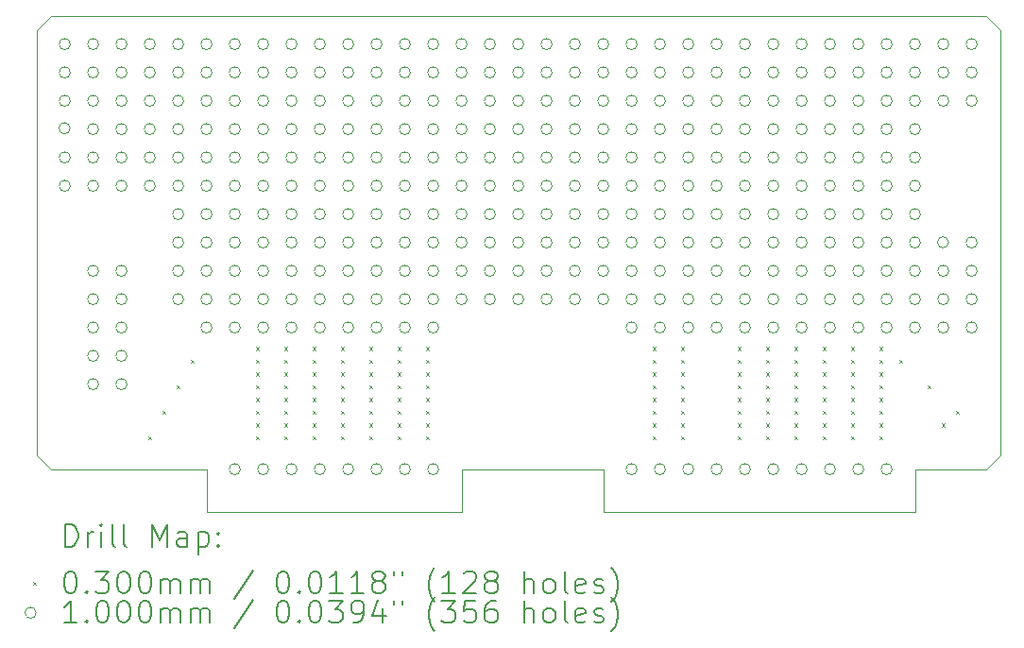
<source format=gbr>
%TF.GenerationSoftware,KiCad,Pcbnew,8.0.2-8.0.2-0~ubuntu22.04.1*%
%TF.CreationDate,2024-05-24T18:21:18+02:00*%
%TF.ProjectId,flipper-debug-devboard,666c6970-7065-4722-9d64-656275672d64,rev?*%
%TF.SameCoordinates,Original*%
%TF.FileFunction,Drillmap*%
%TF.FilePolarity,Positive*%
%FSLAX45Y45*%
G04 Gerber Fmt 4.5, Leading zero omitted, Abs format (unit mm)*
G04 Created by KiCad (PCBNEW 8.0.2-8.0.2-0~ubuntu22.04.1) date 2024-05-24 18:21:18*
%MOMM*%
%LPD*%
G01*
G04 APERTURE LIST*
%ADD10C,0.050000*%
%ADD11C,0.200000*%
%ADD12C,0.100000*%
G04 APERTURE END LIST*
D10*
X15494000Y-10287000D02*
X15494000Y-14097000D01*
X15367000Y-14224000D01*
X14732000Y-14224000D01*
X14732000Y-14605000D01*
X11938000Y-14605000D01*
X11938000Y-14224000D01*
X10668000Y-14224000D01*
X10668000Y-14605000D01*
X8382000Y-14605000D01*
X8382000Y-14224000D01*
X6985000Y-14224000D01*
X6858000Y-14097000D01*
X6858000Y-10287000D01*
X6985000Y-10160000D01*
X15367000Y-10160000D01*
X15494000Y-10287000D01*
D11*
D12*
X7859000Y-13929600D02*
X7889000Y-13959600D01*
X7889000Y-13929600D02*
X7859000Y-13959600D01*
X7986000Y-13701000D02*
X8016000Y-13731000D01*
X8016000Y-13701000D02*
X7986000Y-13731000D01*
X8113000Y-13472400D02*
X8143000Y-13502400D01*
X8143000Y-13472400D02*
X8113000Y-13502400D01*
X8240000Y-13243800D02*
X8270000Y-13273800D01*
X8270000Y-13243800D02*
X8240000Y-13273800D01*
X8824200Y-13129500D02*
X8854200Y-13159500D01*
X8854200Y-13129500D02*
X8824200Y-13159500D01*
X8824200Y-13243800D02*
X8854200Y-13273800D01*
X8854200Y-13243800D02*
X8824200Y-13273800D01*
X8824200Y-13358100D02*
X8854200Y-13388100D01*
X8854200Y-13358100D02*
X8824200Y-13388100D01*
X8824200Y-13472400D02*
X8854200Y-13502400D01*
X8854200Y-13472400D02*
X8824200Y-13502400D01*
X8824200Y-13586700D02*
X8854200Y-13616700D01*
X8854200Y-13586700D02*
X8824200Y-13616700D01*
X8824200Y-13701000D02*
X8854200Y-13731000D01*
X8854200Y-13701000D02*
X8824200Y-13731000D01*
X8824200Y-13815300D02*
X8854200Y-13845300D01*
X8854200Y-13815300D02*
X8824200Y-13845300D01*
X8824200Y-13929600D02*
X8854200Y-13959600D01*
X8854200Y-13929600D02*
X8824200Y-13959600D01*
X9078200Y-13129500D02*
X9108200Y-13159500D01*
X9108200Y-13129500D02*
X9078200Y-13159500D01*
X9078200Y-13243800D02*
X9108200Y-13273800D01*
X9108200Y-13243800D02*
X9078200Y-13273800D01*
X9078200Y-13358100D02*
X9108200Y-13388100D01*
X9108200Y-13358100D02*
X9078200Y-13388100D01*
X9078200Y-13472400D02*
X9108200Y-13502400D01*
X9108200Y-13472400D02*
X9078200Y-13502400D01*
X9078200Y-13586700D02*
X9108200Y-13616700D01*
X9108200Y-13586700D02*
X9078200Y-13616700D01*
X9078200Y-13701000D02*
X9108200Y-13731000D01*
X9108200Y-13701000D02*
X9078200Y-13731000D01*
X9078200Y-13815300D02*
X9108200Y-13845300D01*
X9108200Y-13815300D02*
X9078200Y-13845300D01*
X9078200Y-13929600D02*
X9108200Y-13959600D01*
X9108200Y-13929600D02*
X9078200Y-13959600D01*
X9332200Y-13129500D02*
X9362200Y-13159500D01*
X9362200Y-13129500D02*
X9332200Y-13159500D01*
X9332200Y-13243800D02*
X9362200Y-13273800D01*
X9362200Y-13243800D02*
X9332200Y-13273800D01*
X9332200Y-13358100D02*
X9362200Y-13388100D01*
X9362200Y-13358100D02*
X9332200Y-13388100D01*
X9332200Y-13472400D02*
X9362200Y-13502400D01*
X9362200Y-13472400D02*
X9332200Y-13502400D01*
X9332200Y-13586700D02*
X9362200Y-13616700D01*
X9362200Y-13586700D02*
X9332200Y-13616700D01*
X9332200Y-13701000D02*
X9362200Y-13731000D01*
X9362200Y-13701000D02*
X9332200Y-13731000D01*
X9332200Y-13815300D02*
X9362200Y-13845300D01*
X9362200Y-13815300D02*
X9332200Y-13845300D01*
X9332200Y-13929600D02*
X9362200Y-13959600D01*
X9362200Y-13929600D02*
X9332200Y-13959600D01*
X9586200Y-13129500D02*
X9616200Y-13159500D01*
X9616200Y-13129500D02*
X9586200Y-13159500D01*
X9586200Y-13243800D02*
X9616200Y-13273800D01*
X9616200Y-13243800D02*
X9586200Y-13273800D01*
X9586200Y-13358100D02*
X9616200Y-13388100D01*
X9616200Y-13358100D02*
X9586200Y-13388100D01*
X9586200Y-13472400D02*
X9616200Y-13502400D01*
X9616200Y-13472400D02*
X9586200Y-13502400D01*
X9586200Y-13586700D02*
X9616200Y-13616700D01*
X9616200Y-13586700D02*
X9586200Y-13616700D01*
X9586200Y-13701000D02*
X9616200Y-13731000D01*
X9616200Y-13701000D02*
X9586200Y-13731000D01*
X9586200Y-13815300D02*
X9616200Y-13845300D01*
X9616200Y-13815300D02*
X9586200Y-13845300D01*
X9586200Y-13929600D02*
X9616200Y-13959600D01*
X9616200Y-13929600D02*
X9586200Y-13959600D01*
X9840200Y-13129500D02*
X9870200Y-13159500D01*
X9870200Y-13129500D02*
X9840200Y-13159500D01*
X9840200Y-13243800D02*
X9870200Y-13273800D01*
X9870200Y-13243800D02*
X9840200Y-13273800D01*
X9840200Y-13358100D02*
X9870200Y-13388100D01*
X9870200Y-13358100D02*
X9840200Y-13388100D01*
X9840200Y-13472400D02*
X9870200Y-13502400D01*
X9870200Y-13472400D02*
X9840200Y-13502400D01*
X9840200Y-13586700D02*
X9870200Y-13616700D01*
X9870200Y-13586700D02*
X9840200Y-13616700D01*
X9840200Y-13701000D02*
X9870200Y-13731000D01*
X9870200Y-13701000D02*
X9840200Y-13731000D01*
X9840200Y-13815300D02*
X9870200Y-13845300D01*
X9870200Y-13815300D02*
X9840200Y-13845300D01*
X9840200Y-13929600D02*
X9870200Y-13959600D01*
X9870200Y-13929600D02*
X9840200Y-13959600D01*
X10094200Y-13129500D02*
X10124200Y-13159500D01*
X10124200Y-13129500D02*
X10094200Y-13159500D01*
X10094200Y-13243800D02*
X10124200Y-13273800D01*
X10124200Y-13243800D02*
X10094200Y-13273800D01*
X10094200Y-13358100D02*
X10124200Y-13388100D01*
X10124200Y-13358100D02*
X10094200Y-13388100D01*
X10094200Y-13472400D02*
X10124200Y-13502400D01*
X10124200Y-13472400D02*
X10094200Y-13502400D01*
X10094200Y-13586700D02*
X10124200Y-13616700D01*
X10124200Y-13586700D02*
X10094200Y-13616700D01*
X10094200Y-13701000D02*
X10124200Y-13731000D01*
X10124200Y-13701000D02*
X10094200Y-13731000D01*
X10094200Y-13815300D02*
X10124200Y-13845300D01*
X10124200Y-13815300D02*
X10094200Y-13845300D01*
X10094200Y-13929600D02*
X10124200Y-13959600D01*
X10124200Y-13929600D02*
X10094200Y-13959600D01*
X10348200Y-13129500D02*
X10378200Y-13159500D01*
X10378200Y-13129500D02*
X10348200Y-13159500D01*
X10348200Y-13243800D02*
X10378200Y-13273800D01*
X10378200Y-13243800D02*
X10348200Y-13273800D01*
X10348200Y-13358100D02*
X10378200Y-13388100D01*
X10378200Y-13358100D02*
X10348200Y-13388100D01*
X10348200Y-13472400D02*
X10378200Y-13502400D01*
X10378200Y-13472400D02*
X10348200Y-13502400D01*
X10348200Y-13586700D02*
X10378200Y-13616700D01*
X10378200Y-13586700D02*
X10348200Y-13616700D01*
X10348200Y-13701000D02*
X10378200Y-13731000D01*
X10378200Y-13701000D02*
X10348200Y-13731000D01*
X10348200Y-13815300D02*
X10378200Y-13845300D01*
X10378200Y-13815300D02*
X10348200Y-13845300D01*
X10348200Y-13929600D02*
X10378200Y-13959600D01*
X10378200Y-13929600D02*
X10348200Y-13959600D01*
X12380200Y-13129500D02*
X12410200Y-13159500D01*
X12410200Y-13129500D02*
X12380200Y-13159500D01*
X12380200Y-13243800D02*
X12410200Y-13273800D01*
X12410200Y-13243800D02*
X12380200Y-13273800D01*
X12380200Y-13358100D02*
X12410200Y-13388100D01*
X12410200Y-13358100D02*
X12380200Y-13388100D01*
X12380200Y-13472400D02*
X12410200Y-13502400D01*
X12410200Y-13472400D02*
X12380200Y-13502400D01*
X12380200Y-13586700D02*
X12410200Y-13616700D01*
X12410200Y-13586700D02*
X12380200Y-13616700D01*
X12380200Y-13701000D02*
X12410200Y-13731000D01*
X12410200Y-13701000D02*
X12380200Y-13731000D01*
X12380200Y-13815300D02*
X12410200Y-13845300D01*
X12410200Y-13815300D02*
X12380200Y-13845300D01*
X12380200Y-13929600D02*
X12410200Y-13959600D01*
X12410200Y-13929600D02*
X12380200Y-13959600D01*
X12634200Y-13129500D02*
X12664200Y-13159500D01*
X12664200Y-13129500D02*
X12634200Y-13159500D01*
X12634200Y-13243800D02*
X12664200Y-13273800D01*
X12664200Y-13243800D02*
X12634200Y-13273800D01*
X12634200Y-13358100D02*
X12664200Y-13388100D01*
X12664200Y-13358100D02*
X12634200Y-13388100D01*
X12634200Y-13472400D02*
X12664200Y-13502400D01*
X12664200Y-13472400D02*
X12634200Y-13502400D01*
X12634200Y-13586700D02*
X12664200Y-13616700D01*
X12664200Y-13586700D02*
X12634200Y-13616700D01*
X12634200Y-13701000D02*
X12664200Y-13731000D01*
X12664200Y-13701000D02*
X12634200Y-13731000D01*
X12634200Y-13815300D02*
X12664200Y-13845300D01*
X12664200Y-13815300D02*
X12634200Y-13845300D01*
X12634200Y-13929600D02*
X12664200Y-13959600D01*
X12664200Y-13929600D02*
X12634200Y-13959600D01*
X13142200Y-13129500D02*
X13172200Y-13159500D01*
X13172200Y-13129500D02*
X13142200Y-13159500D01*
X13142200Y-13243800D02*
X13172200Y-13273800D01*
X13172200Y-13243800D02*
X13142200Y-13273800D01*
X13142200Y-13358100D02*
X13172200Y-13388100D01*
X13172200Y-13358100D02*
X13142200Y-13388100D01*
X13142200Y-13472400D02*
X13172200Y-13502400D01*
X13172200Y-13472400D02*
X13142200Y-13502400D01*
X13142200Y-13586700D02*
X13172200Y-13616700D01*
X13172200Y-13586700D02*
X13142200Y-13616700D01*
X13142200Y-13701000D02*
X13172200Y-13731000D01*
X13172200Y-13701000D02*
X13142200Y-13731000D01*
X13142200Y-13815300D02*
X13172200Y-13845300D01*
X13172200Y-13815300D02*
X13142200Y-13845300D01*
X13142200Y-13929600D02*
X13172200Y-13959600D01*
X13172200Y-13929600D02*
X13142200Y-13959600D01*
X13396200Y-13129500D02*
X13426200Y-13159500D01*
X13426200Y-13129500D02*
X13396200Y-13159500D01*
X13396200Y-13243800D02*
X13426200Y-13273800D01*
X13426200Y-13243800D02*
X13396200Y-13273800D01*
X13396200Y-13358100D02*
X13426200Y-13388100D01*
X13426200Y-13358100D02*
X13396200Y-13388100D01*
X13396200Y-13472400D02*
X13426200Y-13502400D01*
X13426200Y-13472400D02*
X13396200Y-13502400D01*
X13396200Y-13586700D02*
X13426200Y-13616700D01*
X13426200Y-13586700D02*
X13396200Y-13616700D01*
X13396200Y-13701000D02*
X13426200Y-13731000D01*
X13426200Y-13701000D02*
X13396200Y-13731000D01*
X13396200Y-13815300D02*
X13426200Y-13845300D01*
X13426200Y-13815300D02*
X13396200Y-13845300D01*
X13396200Y-13929600D02*
X13426200Y-13959600D01*
X13426200Y-13929600D02*
X13396200Y-13959600D01*
X13650200Y-13129500D02*
X13680200Y-13159500D01*
X13680200Y-13129500D02*
X13650200Y-13159500D01*
X13650200Y-13243800D02*
X13680200Y-13273800D01*
X13680200Y-13243800D02*
X13650200Y-13273800D01*
X13650200Y-13358100D02*
X13680200Y-13388100D01*
X13680200Y-13358100D02*
X13650200Y-13388100D01*
X13650200Y-13472400D02*
X13680200Y-13502400D01*
X13680200Y-13472400D02*
X13650200Y-13502400D01*
X13650200Y-13586700D02*
X13680200Y-13616700D01*
X13680200Y-13586700D02*
X13650200Y-13616700D01*
X13650200Y-13701000D02*
X13680200Y-13731000D01*
X13680200Y-13701000D02*
X13650200Y-13731000D01*
X13650200Y-13815300D02*
X13680200Y-13845300D01*
X13680200Y-13815300D02*
X13650200Y-13845300D01*
X13650200Y-13929600D02*
X13680200Y-13959600D01*
X13680200Y-13929600D02*
X13650200Y-13959600D01*
X13904200Y-13129500D02*
X13934200Y-13159500D01*
X13934200Y-13129500D02*
X13904200Y-13159500D01*
X13904200Y-13243800D02*
X13934200Y-13273800D01*
X13934200Y-13243800D02*
X13904200Y-13273800D01*
X13904200Y-13358100D02*
X13934200Y-13388100D01*
X13934200Y-13358100D02*
X13904200Y-13388100D01*
X13904200Y-13472400D02*
X13934200Y-13502400D01*
X13934200Y-13472400D02*
X13904200Y-13502400D01*
X13904200Y-13586700D02*
X13934200Y-13616700D01*
X13934200Y-13586700D02*
X13904200Y-13616700D01*
X13904200Y-13701000D02*
X13934200Y-13731000D01*
X13934200Y-13701000D02*
X13904200Y-13731000D01*
X13904200Y-13815300D02*
X13934200Y-13845300D01*
X13934200Y-13815300D02*
X13904200Y-13845300D01*
X13904200Y-13929600D02*
X13934200Y-13959600D01*
X13934200Y-13929600D02*
X13904200Y-13959600D01*
X14158200Y-13129500D02*
X14188200Y-13159500D01*
X14188200Y-13129500D02*
X14158200Y-13159500D01*
X14158200Y-13243800D02*
X14188200Y-13273800D01*
X14188200Y-13243800D02*
X14158200Y-13273800D01*
X14158200Y-13358100D02*
X14188200Y-13388100D01*
X14188200Y-13358100D02*
X14158200Y-13388100D01*
X14158200Y-13472400D02*
X14188200Y-13502400D01*
X14188200Y-13472400D02*
X14158200Y-13502400D01*
X14158200Y-13586700D02*
X14188200Y-13616700D01*
X14188200Y-13586700D02*
X14158200Y-13616700D01*
X14158200Y-13701000D02*
X14188200Y-13731000D01*
X14188200Y-13701000D02*
X14158200Y-13731000D01*
X14158200Y-13815300D02*
X14188200Y-13845300D01*
X14188200Y-13815300D02*
X14158200Y-13845300D01*
X14158200Y-13929600D02*
X14188200Y-13959600D01*
X14188200Y-13929600D02*
X14158200Y-13959600D01*
X14412200Y-13129500D02*
X14442200Y-13159500D01*
X14442200Y-13129500D02*
X14412200Y-13159500D01*
X14412200Y-13243800D02*
X14442200Y-13273800D01*
X14442200Y-13243800D02*
X14412200Y-13273800D01*
X14412200Y-13358100D02*
X14442200Y-13388100D01*
X14442200Y-13358100D02*
X14412200Y-13388100D01*
X14412200Y-13472400D02*
X14442200Y-13502400D01*
X14442200Y-13472400D02*
X14412200Y-13502400D01*
X14412200Y-13586700D02*
X14442200Y-13616700D01*
X14442200Y-13586700D02*
X14412200Y-13616700D01*
X14412200Y-13701000D02*
X14442200Y-13731000D01*
X14442200Y-13701000D02*
X14412200Y-13731000D01*
X14412200Y-13815300D02*
X14442200Y-13845300D01*
X14442200Y-13815300D02*
X14412200Y-13845300D01*
X14412200Y-13929600D02*
X14442200Y-13959600D01*
X14442200Y-13929600D02*
X14412200Y-13959600D01*
X14590000Y-13243800D02*
X14620000Y-13273800D01*
X14620000Y-13243800D02*
X14590000Y-13273800D01*
X14844000Y-13472400D02*
X14874000Y-13502400D01*
X14874000Y-13472400D02*
X14844000Y-13502400D01*
X14971000Y-13815300D02*
X15001000Y-13845300D01*
X15001000Y-13815300D02*
X14971000Y-13845300D01*
X15098000Y-13701000D02*
X15128000Y-13731000D01*
X15128000Y-13701000D02*
X15098000Y-13731000D01*
X7159597Y-11168819D02*
G75*
G02*
X7059597Y-11168819I-50000J0D01*
G01*
X7059597Y-11168819D02*
G75*
G02*
X7159597Y-11168819I50000J0D01*
G01*
X7162000Y-10414000D02*
G75*
G02*
X7062000Y-10414000I-50000J0D01*
G01*
X7062000Y-10414000D02*
G75*
G02*
X7162000Y-10414000I50000J0D01*
G01*
X7162000Y-10668000D02*
G75*
G02*
X7062000Y-10668000I-50000J0D01*
G01*
X7062000Y-10668000D02*
G75*
G02*
X7162000Y-10668000I50000J0D01*
G01*
X7162000Y-10922000D02*
G75*
G02*
X7062000Y-10922000I-50000J0D01*
G01*
X7062000Y-10922000D02*
G75*
G02*
X7162000Y-10922000I50000J0D01*
G01*
X7162000Y-11430000D02*
G75*
G02*
X7062000Y-11430000I-50000J0D01*
G01*
X7062000Y-11430000D02*
G75*
G02*
X7162000Y-11430000I50000J0D01*
G01*
X7162000Y-11684000D02*
G75*
G02*
X7062000Y-11684000I-50000J0D01*
G01*
X7062000Y-11684000D02*
G75*
G02*
X7162000Y-11684000I50000J0D01*
G01*
X7416000Y-10414000D02*
G75*
G02*
X7316000Y-10414000I-50000J0D01*
G01*
X7316000Y-10414000D02*
G75*
G02*
X7416000Y-10414000I50000J0D01*
G01*
X7416000Y-10668000D02*
G75*
G02*
X7316000Y-10668000I-50000J0D01*
G01*
X7316000Y-10668000D02*
G75*
G02*
X7416000Y-10668000I50000J0D01*
G01*
X7416000Y-10922000D02*
G75*
G02*
X7316000Y-10922000I-50000J0D01*
G01*
X7316000Y-10922000D02*
G75*
G02*
X7416000Y-10922000I50000J0D01*
G01*
X7416000Y-11176000D02*
G75*
G02*
X7316000Y-11176000I-50000J0D01*
G01*
X7316000Y-11176000D02*
G75*
G02*
X7416000Y-11176000I50000J0D01*
G01*
X7416000Y-11430000D02*
G75*
G02*
X7316000Y-11430000I-50000J0D01*
G01*
X7316000Y-11430000D02*
G75*
G02*
X7416000Y-11430000I50000J0D01*
G01*
X7416000Y-11684000D02*
G75*
G02*
X7316000Y-11684000I-50000J0D01*
G01*
X7316000Y-11684000D02*
G75*
G02*
X7416000Y-11684000I50000J0D01*
G01*
X7416000Y-12446000D02*
G75*
G02*
X7316000Y-12446000I-50000J0D01*
G01*
X7316000Y-12446000D02*
G75*
G02*
X7416000Y-12446000I50000J0D01*
G01*
X7416000Y-12700000D02*
G75*
G02*
X7316000Y-12700000I-50000J0D01*
G01*
X7316000Y-12700000D02*
G75*
G02*
X7416000Y-12700000I50000J0D01*
G01*
X7416000Y-12954000D02*
G75*
G02*
X7316000Y-12954000I-50000J0D01*
G01*
X7316000Y-12954000D02*
G75*
G02*
X7416000Y-12954000I50000J0D01*
G01*
X7416000Y-13208000D02*
G75*
G02*
X7316000Y-13208000I-50000J0D01*
G01*
X7316000Y-13208000D02*
G75*
G02*
X7416000Y-13208000I50000J0D01*
G01*
X7416000Y-13462000D02*
G75*
G02*
X7316000Y-13462000I-50000J0D01*
G01*
X7316000Y-13462000D02*
G75*
G02*
X7416000Y-13462000I50000J0D01*
G01*
X7670000Y-10414000D02*
G75*
G02*
X7570000Y-10414000I-50000J0D01*
G01*
X7570000Y-10414000D02*
G75*
G02*
X7670000Y-10414000I50000J0D01*
G01*
X7670000Y-10668000D02*
G75*
G02*
X7570000Y-10668000I-50000J0D01*
G01*
X7570000Y-10668000D02*
G75*
G02*
X7670000Y-10668000I50000J0D01*
G01*
X7670000Y-10922000D02*
G75*
G02*
X7570000Y-10922000I-50000J0D01*
G01*
X7570000Y-10922000D02*
G75*
G02*
X7670000Y-10922000I50000J0D01*
G01*
X7670000Y-11176000D02*
G75*
G02*
X7570000Y-11176000I-50000J0D01*
G01*
X7570000Y-11176000D02*
G75*
G02*
X7670000Y-11176000I50000J0D01*
G01*
X7670000Y-11430000D02*
G75*
G02*
X7570000Y-11430000I-50000J0D01*
G01*
X7570000Y-11430000D02*
G75*
G02*
X7670000Y-11430000I50000J0D01*
G01*
X7670000Y-11684000D02*
G75*
G02*
X7570000Y-11684000I-50000J0D01*
G01*
X7570000Y-11684000D02*
G75*
G02*
X7670000Y-11684000I50000J0D01*
G01*
X7670000Y-12446000D02*
G75*
G02*
X7570000Y-12446000I-50000J0D01*
G01*
X7570000Y-12446000D02*
G75*
G02*
X7670000Y-12446000I50000J0D01*
G01*
X7670000Y-12700000D02*
G75*
G02*
X7570000Y-12700000I-50000J0D01*
G01*
X7570000Y-12700000D02*
G75*
G02*
X7670000Y-12700000I50000J0D01*
G01*
X7670000Y-12954000D02*
G75*
G02*
X7570000Y-12954000I-50000J0D01*
G01*
X7570000Y-12954000D02*
G75*
G02*
X7670000Y-12954000I50000J0D01*
G01*
X7670000Y-13208000D02*
G75*
G02*
X7570000Y-13208000I-50000J0D01*
G01*
X7570000Y-13208000D02*
G75*
G02*
X7670000Y-13208000I50000J0D01*
G01*
X7670000Y-13462000D02*
G75*
G02*
X7570000Y-13462000I-50000J0D01*
G01*
X7570000Y-13462000D02*
G75*
G02*
X7670000Y-13462000I50000J0D01*
G01*
X7924000Y-10414000D02*
G75*
G02*
X7824000Y-10414000I-50000J0D01*
G01*
X7824000Y-10414000D02*
G75*
G02*
X7924000Y-10414000I50000J0D01*
G01*
X7924000Y-10668000D02*
G75*
G02*
X7824000Y-10668000I-50000J0D01*
G01*
X7824000Y-10668000D02*
G75*
G02*
X7924000Y-10668000I50000J0D01*
G01*
X7924000Y-10922000D02*
G75*
G02*
X7824000Y-10922000I-50000J0D01*
G01*
X7824000Y-10922000D02*
G75*
G02*
X7924000Y-10922000I50000J0D01*
G01*
X7924000Y-11176000D02*
G75*
G02*
X7824000Y-11176000I-50000J0D01*
G01*
X7824000Y-11176000D02*
G75*
G02*
X7924000Y-11176000I50000J0D01*
G01*
X7924000Y-11430000D02*
G75*
G02*
X7824000Y-11430000I-50000J0D01*
G01*
X7824000Y-11430000D02*
G75*
G02*
X7924000Y-11430000I50000J0D01*
G01*
X7924000Y-11684000D02*
G75*
G02*
X7824000Y-11684000I-50000J0D01*
G01*
X7824000Y-11684000D02*
G75*
G02*
X7924000Y-11684000I50000J0D01*
G01*
X8178000Y-10414000D02*
G75*
G02*
X8078000Y-10414000I-50000J0D01*
G01*
X8078000Y-10414000D02*
G75*
G02*
X8178000Y-10414000I50000J0D01*
G01*
X8178000Y-10668000D02*
G75*
G02*
X8078000Y-10668000I-50000J0D01*
G01*
X8078000Y-10668000D02*
G75*
G02*
X8178000Y-10668000I50000J0D01*
G01*
X8178000Y-10922000D02*
G75*
G02*
X8078000Y-10922000I-50000J0D01*
G01*
X8078000Y-10922000D02*
G75*
G02*
X8178000Y-10922000I50000J0D01*
G01*
X8178000Y-11176000D02*
G75*
G02*
X8078000Y-11176000I-50000J0D01*
G01*
X8078000Y-11176000D02*
G75*
G02*
X8178000Y-11176000I50000J0D01*
G01*
X8178000Y-11430000D02*
G75*
G02*
X8078000Y-11430000I-50000J0D01*
G01*
X8078000Y-11430000D02*
G75*
G02*
X8178000Y-11430000I50000J0D01*
G01*
X8178000Y-11684000D02*
G75*
G02*
X8078000Y-11684000I-50000J0D01*
G01*
X8078000Y-11684000D02*
G75*
G02*
X8178000Y-11684000I50000J0D01*
G01*
X8178000Y-11938000D02*
G75*
G02*
X8078000Y-11938000I-50000J0D01*
G01*
X8078000Y-11938000D02*
G75*
G02*
X8178000Y-11938000I50000J0D01*
G01*
X8178000Y-12192000D02*
G75*
G02*
X8078000Y-12192000I-50000J0D01*
G01*
X8078000Y-12192000D02*
G75*
G02*
X8178000Y-12192000I50000J0D01*
G01*
X8178000Y-12446000D02*
G75*
G02*
X8078000Y-12446000I-50000J0D01*
G01*
X8078000Y-12446000D02*
G75*
G02*
X8178000Y-12446000I50000J0D01*
G01*
X8178000Y-12700000D02*
G75*
G02*
X8078000Y-12700000I-50000J0D01*
G01*
X8078000Y-12700000D02*
G75*
G02*
X8178000Y-12700000I50000J0D01*
G01*
X8432000Y-10414000D02*
G75*
G02*
X8332000Y-10414000I-50000J0D01*
G01*
X8332000Y-10414000D02*
G75*
G02*
X8432000Y-10414000I50000J0D01*
G01*
X8432000Y-10668000D02*
G75*
G02*
X8332000Y-10668000I-50000J0D01*
G01*
X8332000Y-10668000D02*
G75*
G02*
X8432000Y-10668000I50000J0D01*
G01*
X8432000Y-10922000D02*
G75*
G02*
X8332000Y-10922000I-50000J0D01*
G01*
X8332000Y-10922000D02*
G75*
G02*
X8432000Y-10922000I50000J0D01*
G01*
X8432000Y-11176000D02*
G75*
G02*
X8332000Y-11176000I-50000J0D01*
G01*
X8332000Y-11176000D02*
G75*
G02*
X8432000Y-11176000I50000J0D01*
G01*
X8432000Y-11430000D02*
G75*
G02*
X8332000Y-11430000I-50000J0D01*
G01*
X8332000Y-11430000D02*
G75*
G02*
X8432000Y-11430000I50000J0D01*
G01*
X8432000Y-11684000D02*
G75*
G02*
X8332000Y-11684000I-50000J0D01*
G01*
X8332000Y-11684000D02*
G75*
G02*
X8432000Y-11684000I50000J0D01*
G01*
X8432000Y-11938000D02*
G75*
G02*
X8332000Y-11938000I-50000J0D01*
G01*
X8332000Y-11938000D02*
G75*
G02*
X8432000Y-11938000I50000J0D01*
G01*
X8432000Y-12192000D02*
G75*
G02*
X8332000Y-12192000I-50000J0D01*
G01*
X8332000Y-12192000D02*
G75*
G02*
X8432000Y-12192000I50000J0D01*
G01*
X8432000Y-12446000D02*
G75*
G02*
X8332000Y-12446000I-50000J0D01*
G01*
X8332000Y-12446000D02*
G75*
G02*
X8432000Y-12446000I50000J0D01*
G01*
X8432000Y-12700000D02*
G75*
G02*
X8332000Y-12700000I-50000J0D01*
G01*
X8332000Y-12700000D02*
G75*
G02*
X8432000Y-12700000I50000J0D01*
G01*
X8432000Y-12954000D02*
G75*
G02*
X8332000Y-12954000I-50000J0D01*
G01*
X8332000Y-12954000D02*
G75*
G02*
X8432000Y-12954000I50000J0D01*
G01*
X8686000Y-10414000D02*
G75*
G02*
X8586000Y-10414000I-50000J0D01*
G01*
X8586000Y-10414000D02*
G75*
G02*
X8686000Y-10414000I50000J0D01*
G01*
X8686000Y-10668000D02*
G75*
G02*
X8586000Y-10668000I-50000J0D01*
G01*
X8586000Y-10668000D02*
G75*
G02*
X8686000Y-10668000I50000J0D01*
G01*
X8686000Y-10922000D02*
G75*
G02*
X8586000Y-10922000I-50000J0D01*
G01*
X8586000Y-10922000D02*
G75*
G02*
X8686000Y-10922000I50000J0D01*
G01*
X8686000Y-11176000D02*
G75*
G02*
X8586000Y-11176000I-50000J0D01*
G01*
X8586000Y-11176000D02*
G75*
G02*
X8686000Y-11176000I50000J0D01*
G01*
X8686000Y-11430000D02*
G75*
G02*
X8586000Y-11430000I-50000J0D01*
G01*
X8586000Y-11430000D02*
G75*
G02*
X8686000Y-11430000I50000J0D01*
G01*
X8686000Y-11684000D02*
G75*
G02*
X8586000Y-11684000I-50000J0D01*
G01*
X8586000Y-11684000D02*
G75*
G02*
X8686000Y-11684000I50000J0D01*
G01*
X8686000Y-11938000D02*
G75*
G02*
X8586000Y-11938000I-50000J0D01*
G01*
X8586000Y-11938000D02*
G75*
G02*
X8686000Y-11938000I50000J0D01*
G01*
X8686000Y-12192000D02*
G75*
G02*
X8586000Y-12192000I-50000J0D01*
G01*
X8586000Y-12192000D02*
G75*
G02*
X8686000Y-12192000I50000J0D01*
G01*
X8686000Y-12446000D02*
G75*
G02*
X8586000Y-12446000I-50000J0D01*
G01*
X8586000Y-12446000D02*
G75*
G02*
X8686000Y-12446000I50000J0D01*
G01*
X8686000Y-12700000D02*
G75*
G02*
X8586000Y-12700000I-50000J0D01*
G01*
X8586000Y-12700000D02*
G75*
G02*
X8686000Y-12700000I50000J0D01*
G01*
X8686000Y-12954000D02*
G75*
G02*
X8586000Y-12954000I-50000J0D01*
G01*
X8586000Y-12954000D02*
G75*
G02*
X8686000Y-12954000I50000J0D01*
G01*
X8686000Y-14224000D02*
G75*
G02*
X8586000Y-14224000I-50000J0D01*
G01*
X8586000Y-14224000D02*
G75*
G02*
X8686000Y-14224000I50000J0D01*
G01*
X8940000Y-10414000D02*
G75*
G02*
X8840000Y-10414000I-50000J0D01*
G01*
X8840000Y-10414000D02*
G75*
G02*
X8940000Y-10414000I50000J0D01*
G01*
X8940000Y-10668000D02*
G75*
G02*
X8840000Y-10668000I-50000J0D01*
G01*
X8840000Y-10668000D02*
G75*
G02*
X8940000Y-10668000I50000J0D01*
G01*
X8940000Y-10922000D02*
G75*
G02*
X8840000Y-10922000I-50000J0D01*
G01*
X8840000Y-10922000D02*
G75*
G02*
X8940000Y-10922000I50000J0D01*
G01*
X8940000Y-11176000D02*
G75*
G02*
X8840000Y-11176000I-50000J0D01*
G01*
X8840000Y-11176000D02*
G75*
G02*
X8940000Y-11176000I50000J0D01*
G01*
X8940000Y-11430000D02*
G75*
G02*
X8840000Y-11430000I-50000J0D01*
G01*
X8840000Y-11430000D02*
G75*
G02*
X8940000Y-11430000I50000J0D01*
G01*
X8940000Y-11684000D02*
G75*
G02*
X8840000Y-11684000I-50000J0D01*
G01*
X8840000Y-11684000D02*
G75*
G02*
X8940000Y-11684000I50000J0D01*
G01*
X8940000Y-11938000D02*
G75*
G02*
X8840000Y-11938000I-50000J0D01*
G01*
X8840000Y-11938000D02*
G75*
G02*
X8940000Y-11938000I50000J0D01*
G01*
X8940000Y-12192000D02*
G75*
G02*
X8840000Y-12192000I-50000J0D01*
G01*
X8840000Y-12192000D02*
G75*
G02*
X8940000Y-12192000I50000J0D01*
G01*
X8940000Y-12446000D02*
G75*
G02*
X8840000Y-12446000I-50000J0D01*
G01*
X8840000Y-12446000D02*
G75*
G02*
X8940000Y-12446000I50000J0D01*
G01*
X8940000Y-12700000D02*
G75*
G02*
X8840000Y-12700000I-50000J0D01*
G01*
X8840000Y-12700000D02*
G75*
G02*
X8940000Y-12700000I50000J0D01*
G01*
X8940000Y-12954000D02*
G75*
G02*
X8840000Y-12954000I-50000J0D01*
G01*
X8840000Y-12954000D02*
G75*
G02*
X8940000Y-12954000I50000J0D01*
G01*
X8940000Y-14224000D02*
G75*
G02*
X8840000Y-14224000I-50000J0D01*
G01*
X8840000Y-14224000D02*
G75*
G02*
X8940000Y-14224000I50000J0D01*
G01*
X9194000Y-10414000D02*
G75*
G02*
X9094000Y-10414000I-50000J0D01*
G01*
X9094000Y-10414000D02*
G75*
G02*
X9194000Y-10414000I50000J0D01*
G01*
X9194000Y-10668000D02*
G75*
G02*
X9094000Y-10668000I-50000J0D01*
G01*
X9094000Y-10668000D02*
G75*
G02*
X9194000Y-10668000I50000J0D01*
G01*
X9194000Y-10922000D02*
G75*
G02*
X9094000Y-10922000I-50000J0D01*
G01*
X9094000Y-10922000D02*
G75*
G02*
X9194000Y-10922000I50000J0D01*
G01*
X9194000Y-11176000D02*
G75*
G02*
X9094000Y-11176000I-50000J0D01*
G01*
X9094000Y-11176000D02*
G75*
G02*
X9194000Y-11176000I50000J0D01*
G01*
X9194000Y-11430000D02*
G75*
G02*
X9094000Y-11430000I-50000J0D01*
G01*
X9094000Y-11430000D02*
G75*
G02*
X9194000Y-11430000I50000J0D01*
G01*
X9194000Y-11684000D02*
G75*
G02*
X9094000Y-11684000I-50000J0D01*
G01*
X9094000Y-11684000D02*
G75*
G02*
X9194000Y-11684000I50000J0D01*
G01*
X9194000Y-11938000D02*
G75*
G02*
X9094000Y-11938000I-50000J0D01*
G01*
X9094000Y-11938000D02*
G75*
G02*
X9194000Y-11938000I50000J0D01*
G01*
X9194000Y-12192000D02*
G75*
G02*
X9094000Y-12192000I-50000J0D01*
G01*
X9094000Y-12192000D02*
G75*
G02*
X9194000Y-12192000I50000J0D01*
G01*
X9194000Y-12446000D02*
G75*
G02*
X9094000Y-12446000I-50000J0D01*
G01*
X9094000Y-12446000D02*
G75*
G02*
X9194000Y-12446000I50000J0D01*
G01*
X9194000Y-12700000D02*
G75*
G02*
X9094000Y-12700000I-50000J0D01*
G01*
X9094000Y-12700000D02*
G75*
G02*
X9194000Y-12700000I50000J0D01*
G01*
X9194000Y-12954000D02*
G75*
G02*
X9094000Y-12954000I-50000J0D01*
G01*
X9094000Y-12954000D02*
G75*
G02*
X9194000Y-12954000I50000J0D01*
G01*
X9194000Y-14224000D02*
G75*
G02*
X9094000Y-14224000I-50000J0D01*
G01*
X9094000Y-14224000D02*
G75*
G02*
X9194000Y-14224000I50000J0D01*
G01*
X9448000Y-10414000D02*
G75*
G02*
X9348000Y-10414000I-50000J0D01*
G01*
X9348000Y-10414000D02*
G75*
G02*
X9448000Y-10414000I50000J0D01*
G01*
X9448000Y-10668000D02*
G75*
G02*
X9348000Y-10668000I-50000J0D01*
G01*
X9348000Y-10668000D02*
G75*
G02*
X9448000Y-10668000I50000J0D01*
G01*
X9448000Y-10922000D02*
G75*
G02*
X9348000Y-10922000I-50000J0D01*
G01*
X9348000Y-10922000D02*
G75*
G02*
X9448000Y-10922000I50000J0D01*
G01*
X9448000Y-11176000D02*
G75*
G02*
X9348000Y-11176000I-50000J0D01*
G01*
X9348000Y-11176000D02*
G75*
G02*
X9448000Y-11176000I50000J0D01*
G01*
X9448000Y-11430000D02*
G75*
G02*
X9348000Y-11430000I-50000J0D01*
G01*
X9348000Y-11430000D02*
G75*
G02*
X9448000Y-11430000I50000J0D01*
G01*
X9448000Y-11684000D02*
G75*
G02*
X9348000Y-11684000I-50000J0D01*
G01*
X9348000Y-11684000D02*
G75*
G02*
X9448000Y-11684000I50000J0D01*
G01*
X9448000Y-11938000D02*
G75*
G02*
X9348000Y-11938000I-50000J0D01*
G01*
X9348000Y-11938000D02*
G75*
G02*
X9448000Y-11938000I50000J0D01*
G01*
X9448000Y-12192000D02*
G75*
G02*
X9348000Y-12192000I-50000J0D01*
G01*
X9348000Y-12192000D02*
G75*
G02*
X9448000Y-12192000I50000J0D01*
G01*
X9448000Y-12446000D02*
G75*
G02*
X9348000Y-12446000I-50000J0D01*
G01*
X9348000Y-12446000D02*
G75*
G02*
X9448000Y-12446000I50000J0D01*
G01*
X9448000Y-12700000D02*
G75*
G02*
X9348000Y-12700000I-50000J0D01*
G01*
X9348000Y-12700000D02*
G75*
G02*
X9448000Y-12700000I50000J0D01*
G01*
X9448000Y-12954000D02*
G75*
G02*
X9348000Y-12954000I-50000J0D01*
G01*
X9348000Y-12954000D02*
G75*
G02*
X9448000Y-12954000I50000J0D01*
G01*
X9448000Y-14224000D02*
G75*
G02*
X9348000Y-14224000I-50000J0D01*
G01*
X9348000Y-14224000D02*
G75*
G02*
X9448000Y-14224000I50000J0D01*
G01*
X9702000Y-10414000D02*
G75*
G02*
X9602000Y-10414000I-50000J0D01*
G01*
X9602000Y-10414000D02*
G75*
G02*
X9702000Y-10414000I50000J0D01*
G01*
X9702000Y-10668000D02*
G75*
G02*
X9602000Y-10668000I-50000J0D01*
G01*
X9602000Y-10668000D02*
G75*
G02*
X9702000Y-10668000I50000J0D01*
G01*
X9702000Y-10922000D02*
G75*
G02*
X9602000Y-10922000I-50000J0D01*
G01*
X9602000Y-10922000D02*
G75*
G02*
X9702000Y-10922000I50000J0D01*
G01*
X9702000Y-11176000D02*
G75*
G02*
X9602000Y-11176000I-50000J0D01*
G01*
X9602000Y-11176000D02*
G75*
G02*
X9702000Y-11176000I50000J0D01*
G01*
X9702000Y-11430000D02*
G75*
G02*
X9602000Y-11430000I-50000J0D01*
G01*
X9602000Y-11430000D02*
G75*
G02*
X9702000Y-11430000I50000J0D01*
G01*
X9702000Y-11684000D02*
G75*
G02*
X9602000Y-11684000I-50000J0D01*
G01*
X9602000Y-11684000D02*
G75*
G02*
X9702000Y-11684000I50000J0D01*
G01*
X9702000Y-11938000D02*
G75*
G02*
X9602000Y-11938000I-50000J0D01*
G01*
X9602000Y-11938000D02*
G75*
G02*
X9702000Y-11938000I50000J0D01*
G01*
X9702000Y-12192000D02*
G75*
G02*
X9602000Y-12192000I-50000J0D01*
G01*
X9602000Y-12192000D02*
G75*
G02*
X9702000Y-12192000I50000J0D01*
G01*
X9702000Y-12446000D02*
G75*
G02*
X9602000Y-12446000I-50000J0D01*
G01*
X9602000Y-12446000D02*
G75*
G02*
X9702000Y-12446000I50000J0D01*
G01*
X9702000Y-12700000D02*
G75*
G02*
X9602000Y-12700000I-50000J0D01*
G01*
X9602000Y-12700000D02*
G75*
G02*
X9702000Y-12700000I50000J0D01*
G01*
X9702000Y-12954000D02*
G75*
G02*
X9602000Y-12954000I-50000J0D01*
G01*
X9602000Y-12954000D02*
G75*
G02*
X9702000Y-12954000I50000J0D01*
G01*
X9702000Y-14224000D02*
G75*
G02*
X9602000Y-14224000I-50000J0D01*
G01*
X9602000Y-14224000D02*
G75*
G02*
X9702000Y-14224000I50000J0D01*
G01*
X9956000Y-10414000D02*
G75*
G02*
X9856000Y-10414000I-50000J0D01*
G01*
X9856000Y-10414000D02*
G75*
G02*
X9956000Y-10414000I50000J0D01*
G01*
X9956000Y-10668000D02*
G75*
G02*
X9856000Y-10668000I-50000J0D01*
G01*
X9856000Y-10668000D02*
G75*
G02*
X9956000Y-10668000I50000J0D01*
G01*
X9956000Y-10922000D02*
G75*
G02*
X9856000Y-10922000I-50000J0D01*
G01*
X9856000Y-10922000D02*
G75*
G02*
X9956000Y-10922000I50000J0D01*
G01*
X9956000Y-11176000D02*
G75*
G02*
X9856000Y-11176000I-50000J0D01*
G01*
X9856000Y-11176000D02*
G75*
G02*
X9956000Y-11176000I50000J0D01*
G01*
X9956000Y-11430000D02*
G75*
G02*
X9856000Y-11430000I-50000J0D01*
G01*
X9856000Y-11430000D02*
G75*
G02*
X9956000Y-11430000I50000J0D01*
G01*
X9956000Y-11684000D02*
G75*
G02*
X9856000Y-11684000I-50000J0D01*
G01*
X9856000Y-11684000D02*
G75*
G02*
X9956000Y-11684000I50000J0D01*
G01*
X9956000Y-11938000D02*
G75*
G02*
X9856000Y-11938000I-50000J0D01*
G01*
X9856000Y-11938000D02*
G75*
G02*
X9956000Y-11938000I50000J0D01*
G01*
X9956000Y-12192000D02*
G75*
G02*
X9856000Y-12192000I-50000J0D01*
G01*
X9856000Y-12192000D02*
G75*
G02*
X9956000Y-12192000I50000J0D01*
G01*
X9956000Y-12446000D02*
G75*
G02*
X9856000Y-12446000I-50000J0D01*
G01*
X9856000Y-12446000D02*
G75*
G02*
X9956000Y-12446000I50000J0D01*
G01*
X9956000Y-12700000D02*
G75*
G02*
X9856000Y-12700000I-50000J0D01*
G01*
X9856000Y-12700000D02*
G75*
G02*
X9956000Y-12700000I50000J0D01*
G01*
X9956000Y-12954000D02*
G75*
G02*
X9856000Y-12954000I-50000J0D01*
G01*
X9856000Y-12954000D02*
G75*
G02*
X9956000Y-12954000I50000J0D01*
G01*
X9956000Y-14224000D02*
G75*
G02*
X9856000Y-14224000I-50000J0D01*
G01*
X9856000Y-14224000D02*
G75*
G02*
X9956000Y-14224000I50000J0D01*
G01*
X10210000Y-10414000D02*
G75*
G02*
X10110000Y-10414000I-50000J0D01*
G01*
X10110000Y-10414000D02*
G75*
G02*
X10210000Y-10414000I50000J0D01*
G01*
X10210000Y-10668000D02*
G75*
G02*
X10110000Y-10668000I-50000J0D01*
G01*
X10110000Y-10668000D02*
G75*
G02*
X10210000Y-10668000I50000J0D01*
G01*
X10210000Y-10922000D02*
G75*
G02*
X10110000Y-10922000I-50000J0D01*
G01*
X10110000Y-10922000D02*
G75*
G02*
X10210000Y-10922000I50000J0D01*
G01*
X10210000Y-11176000D02*
G75*
G02*
X10110000Y-11176000I-50000J0D01*
G01*
X10110000Y-11176000D02*
G75*
G02*
X10210000Y-11176000I50000J0D01*
G01*
X10210000Y-11430000D02*
G75*
G02*
X10110000Y-11430000I-50000J0D01*
G01*
X10110000Y-11430000D02*
G75*
G02*
X10210000Y-11430000I50000J0D01*
G01*
X10210000Y-11684000D02*
G75*
G02*
X10110000Y-11684000I-50000J0D01*
G01*
X10110000Y-11684000D02*
G75*
G02*
X10210000Y-11684000I50000J0D01*
G01*
X10210000Y-11938000D02*
G75*
G02*
X10110000Y-11938000I-50000J0D01*
G01*
X10110000Y-11938000D02*
G75*
G02*
X10210000Y-11938000I50000J0D01*
G01*
X10210000Y-12192000D02*
G75*
G02*
X10110000Y-12192000I-50000J0D01*
G01*
X10110000Y-12192000D02*
G75*
G02*
X10210000Y-12192000I50000J0D01*
G01*
X10210000Y-12446000D02*
G75*
G02*
X10110000Y-12446000I-50000J0D01*
G01*
X10110000Y-12446000D02*
G75*
G02*
X10210000Y-12446000I50000J0D01*
G01*
X10210000Y-12700000D02*
G75*
G02*
X10110000Y-12700000I-50000J0D01*
G01*
X10110000Y-12700000D02*
G75*
G02*
X10210000Y-12700000I50000J0D01*
G01*
X10210000Y-12954000D02*
G75*
G02*
X10110000Y-12954000I-50000J0D01*
G01*
X10110000Y-12954000D02*
G75*
G02*
X10210000Y-12954000I50000J0D01*
G01*
X10210000Y-14224000D02*
G75*
G02*
X10110000Y-14224000I-50000J0D01*
G01*
X10110000Y-14224000D02*
G75*
G02*
X10210000Y-14224000I50000J0D01*
G01*
X10464000Y-10414000D02*
G75*
G02*
X10364000Y-10414000I-50000J0D01*
G01*
X10364000Y-10414000D02*
G75*
G02*
X10464000Y-10414000I50000J0D01*
G01*
X10464000Y-10668000D02*
G75*
G02*
X10364000Y-10668000I-50000J0D01*
G01*
X10364000Y-10668000D02*
G75*
G02*
X10464000Y-10668000I50000J0D01*
G01*
X10464000Y-10922000D02*
G75*
G02*
X10364000Y-10922000I-50000J0D01*
G01*
X10364000Y-10922000D02*
G75*
G02*
X10464000Y-10922000I50000J0D01*
G01*
X10464000Y-11176000D02*
G75*
G02*
X10364000Y-11176000I-50000J0D01*
G01*
X10364000Y-11176000D02*
G75*
G02*
X10464000Y-11176000I50000J0D01*
G01*
X10464000Y-11430000D02*
G75*
G02*
X10364000Y-11430000I-50000J0D01*
G01*
X10364000Y-11430000D02*
G75*
G02*
X10464000Y-11430000I50000J0D01*
G01*
X10464000Y-11684000D02*
G75*
G02*
X10364000Y-11684000I-50000J0D01*
G01*
X10364000Y-11684000D02*
G75*
G02*
X10464000Y-11684000I50000J0D01*
G01*
X10464000Y-11938000D02*
G75*
G02*
X10364000Y-11938000I-50000J0D01*
G01*
X10364000Y-11938000D02*
G75*
G02*
X10464000Y-11938000I50000J0D01*
G01*
X10464000Y-12192000D02*
G75*
G02*
X10364000Y-12192000I-50000J0D01*
G01*
X10364000Y-12192000D02*
G75*
G02*
X10464000Y-12192000I50000J0D01*
G01*
X10464000Y-12446000D02*
G75*
G02*
X10364000Y-12446000I-50000J0D01*
G01*
X10364000Y-12446000D02*
G75*
G02*
X10464000Y-12446000I50000J0D01*
G01*
X10464000Y-12700000D02*
G75*
G02*
X10364000Y-12700000I-50000J0D01*
G01*
X10364000Y-12700000D02*
G75*
G02*
X10464000Y-12700000I50000J0D01*
G01*
X10464000Y-12954000D02*
G75*
G02*
X10364000Y-12954000I-50000J0D01*
G01*
X10364000Y-12954000D02*
G75*
G02*
X10464000Y-12954000I50000J0D01*
G01*
X10464000Y-14224000D02*
G75*
G02*
X10364000Y-14224000I-50000J0D01*
G01*
X10364000Y-14224000D02*
G75*
G02*
X10464000Y-14224000I50000J0D01*
G01*
X10718000Y-10414000D02*
G75*
G02*
X10618000Y-10414000I-50000J0D01*
G01*
X10618000Y-10414000D02*
G75*
G02*
X10718000Y-10414000I50000J0D01*
G01*
X10718000Y-10668000D02*
G75*
G02*
X10618000Y-10668000I-50000J0D01*
G01*
X10618000Y-10668000D02*
G75*
G02*
X10718000Y-10668000I50000J0D01*
G01*
X10718000Y-10922000D02*
G75*
G02*
X10618000Y-10922000I-50000J0D01*
G01*
X10618000Y-10922000D02*
G75*
G02*
X10718000Y-10922000I50000J0D01*
G01*
X10718000Y-11176000D02*
G75*
G02*
X10618000Y-11176000I-50000J0D01*
G01*
X10618000Y-11176000D02*
G75*
G02*
X10718000Y-11176000I50000J0D01*
G01*
X10718000Y-11430000D02*
G75*
G02*
X10618000Y-11430000I-50000J0D01*
G01*
X10618000Y-11430000D02*
G75*
G02*
X10718000Y-11430000I50000J0D01*
G01*
X10718000Y-11684000D02*
G75*
G02*
X10618000Y-11684000I-50000J0D01*
G01*
X10618000Y-11684000D02*
G75*
G02*
X10718000Y-11684000I50000J0D01*
G01*
X10718000Y-11938000D02*
G75*
G02*
X10618000Y-11938000I-50000J0D01*
G01*
X10618000Y-11938000D02*
G75*
G02*
X10718000Y-11938000I50000J0D01*
G01*
X10718000Y-12192000D02*
G75*
G02*
X10618000Y-12192000I-50000J0D01*
G01*
X10618000Y-12192000D02*
G75*
G02*
X10718000Y-12192000I50000J0D01*
G01*
X10718000Y-12446000D02*
G75*
G02*
X10618000Y-12446000I-50000J0D01*
G01*
X10618000Y-12446000D02*
G75*
G02*
X10718000Y-12446000I50000J0D01*
G01*
X10718000Y-12700000D02*
G75*
G02*
X10618000Y-12700000I-50000J0D01*
G01*
X10618000Y-12700000D02*
G75*
G02*
X10718000Y-12700000I50000J0D01*
G01*
X10972000Y-10414000D02*
G75*
G02*
X10872000Y-10414000I-50000J0D01*
G01*
X10872000Y-10414000D02*
G75*
G02*
X10972000Y-10414000I50000J0D01*
G01*
X10972000Y-10668000D02*
G75*
G02*
X10872000Y-10668000I-50000J0D01*
G01*
X10872000Y-10668000D02*
G75*
G02*
X10972000Y-10668000I50000J0D01*
G01*
X10972000Y-10922000D02*
G75*
G02*
X10872000Y-10922000I-50000J0D01*
G01*
X10872000Y-10922000D02*
G75*
G02*
X10972000Y-10922000I50000J0D01*
G01*
X10972000Y-11176000D02*
G75*
G02*
X10872000Y-11176000I-50000J0D01*
G01*
X10872000Y-11176000D02*
G75*
G02*
X10972000Y-11176000I50000J0D01*
G01*
X10972000Y-11430000D02*
G75*
G02*
X10872000Y-11430000I-50000J0D01*
G01*
X10872000Y-11430000D02*
G75*
G02*
X10972000Y-11430000I50000J0D01*
G01*
X10972000Y-11684000D02*
G75*
G02*
X10872000Y-11684000I-50000J0D01*
G01*
X10872000Y-11684000D02*
G75*
G02*
X10972000Y-11684000I50000J0D01*
G01*
X10972000Y-11938000D02*
G75*
G02*
X10872000Y-11938000I-50000J0D01*
G01*
X10872000Y-11938000D02*
G75*
G02*
X10972000Y-11938000I50000J0D01*
G01*
X10972000Y-12192000D02*
G75*
G02*
X10872000Y-12192000I-50000J0D01*
G01*
X10872000Y-12192000D02*
G75*
G02*
X10972000Y-12192000I50000J0D01*
G01*
X10972000Y-12446000D02*
G75*
G02*
X10872000Y-12446000I-50000J0D01*
G01*
X10872000Y-12446000D02*
G75*
G02*
X10972000Y-12446000I50000J0D01*
G01*
X10972000Y-12700000D02*
G75*
G02*
X10872000Y-12700000I-50000J0D01*
G01*
X10872000Y-12700000D02*
G75*
G02*
X10972000Y-12700000I50000J0D01*
G01*
X11226000Y-10414000D02*
G75*
G02*
X11126000Y-10414000I-50000J0D01*
G01*
X11126000Y-10414000D02*
G75*
G02*
X11226000Y-10414000I50000J0D01*
G01*
X11226000Y-10668000D02*
G75*
G02*
X11126000Y-10668000I-50000J0D01*
G01*
X11126000Y-10668000D02*
G75*
G02*
X11226000Y-10668000I50000J0D01*
G01*
X11226000Y-10922000D02*
G75*
G02*
X11126000Y-10922000I-50000J0D01*
G01*
X11126000Y-10922000D02*
G75*
G02*
X11226000Y-10922000I50000J0D01*
G01*
X11226000Y-11176000D02*
G75*
G02*
X11126000Y-11176000I-50000J0D01*
G01*
X11126000Y-11176000D02*
G75*
G02*
X11226000Y-11176000I50000J0D01*
G01*
X11226000Y-11430000D02*
G75*
G02*
X11126000Y-11430000I-50000J0D01*
G01*
X11126000Y-11430000D02*
G75*
G02*
X11226000Y-11430000I50000J0D01*
G01*
X11226000Y-11684000D02*
G75*
G02*
X11126000Y-11684000I-50000J0D01*
G01*
X11126000Y-11684000D02*
G75*
G02*
X11226000Y-11684000I50000J0D01*
G01*
X11226000Y-11938000D02*
G75*
G02*
X11126000Y-11938000I-50000J0D01*
G01*
X11126000Y-11938000D02*
G75*
G02*
X11226000Y-11938000I50000J0D01*
G01*
X11226000Y-12192000D02*
G75*
G02*
X11126000Y-12192000I-50000J0D01*
G01*
X11126000Y-12192000D02*
G75*
G02*
X11226000Y-12192000I50000J0D01*
G01*
X11226000Y-12446000D02*
G75*
G02*
X11126000Y-12446000I-50000J0D01*
G01*
X11126000Y-12446000D02*
G75*
G02*
X11226000Y-12446000I50000J0D01*
G01*
X11226000Y-12700000D02*
G75*
G02*
X11126000Y-12700000I-50000J0D01*
G01*
X11126000Y-12700000D02*
G75*
G02*
X11226000Y-12700000I50000J0D01*
G01*
X11480000Y-10414000D02*
G75*
G02*
X11380000Y-10414000I-50000J0D01*
G01*
X11380000Y-10414000D02*
G75*
G02*
X11480000Y-10414000I50000J0D01*
G01*
X11480000Y-10668000D02*
G75*
G02*
X11380000Y-10668000I-50000J0D01*
G01*
X11380000Y-10668000D02*
G75*
G02*
X11480000Y-10668000I50000J0D01*
G01*
X11480000Y-10922000D02*
G75*
G02*
X11380000Y-10922000I-50000J0D01*
G01*
X11380000Y-10922000D02*
G75*
G02*
X11480000Y-10922000I50000J0D01*
G01*
X11480000Y-11176000D02*
G75*
G02*
X11380000Y-11176000I-50000J0D01*
G01*
X11380000Y-11176000D02*
G75*
G02*
X11480000Y-11176000I50000J0D01*
G01*
X11480000Y-11430000D02*
G75*
G02*
X11380000Y-11430000I-50000J0D01*
G01*
X11380000Y-11430000D02*
G75*
G02*
X11480000Y-11430000I50000J0D01*
G01*
X11480000Y-11684000D02*
G75*
G02*
X11380000Y-11684000I-50000J0D01*
G01*
X11380000Y-11684000D02*
G75*
G02*
X11480000Y-11684000I50000J0D01*
G01*
X11480000Y-11938000D02*
G75*
G02*
X11380000Y-11938000I-50000J0D01*
G01*
X11380000Y-11938000D02*
G75*
G02*
X11480000Y-11938000I50000J0D01*
G01*
X11480000Y-12192000D02*
G75*
G02*
X11380000Y-12192000I-50000J0D01*
G01*
X11380000Y-12192000D02*
G75*
G02*
X11480000Y-12192000I50000J0D01*
G01*
X11480000Y-12446000D02*
G75*
G02*
X11380000Y-12446000I-50000J0D01*
G01*
X11380000Y-12446000D02*
G75*
G02*
X11480000Y-12446000I50000J0D01*
G01*
X11480000Y-12700000D02*
G75*
G02*
X11380000Y-12700000I-50000J0D01*
G01*
X11380000Y-12700000D02*
G75*
G02*
X11480000Y-12700000I50000J0D01*
G01*
X11734000Y-10414000D02*
G75*
G02*
X11634000Y-10414000I-50000J0D01*
G01*
X11634000Y-10414000D02*
G75*
G02*
X11734000Y-10414000I50000J0D01*
G01*
X11734000Y-10668000D02*
G75*
G02*
X11634000Y-10668000I-50000J0D01*
G01*
X11634000Y-10668000D02*
G75*
G02*
X11734000Y-10668000I50000J0D01*
G01*
X11734000Y-10922000D02*
G75*
G02*
X11634000Y-10922000I-50000J0D01*
G01*
X11634000Y-10922000D02*
G75*
G02*
X11734000Y-10922000I50000J0D01*
G01*
X11734000Y-11176000D02*
G75*
G02*
X11634000Y-11176000I-50000J0D01*
G01*
X11634000Y-11176000D02*
G75*
G02*
X11734000Y-11176000I50000J0D01*
G01*
X11734000Y-11430000D02*
G75*
G02*
X11634000Y-11430000I-50000J0D01*
G01*
X11634000Y-11430000D02*
G75*
G02*
X11734000Y-11430000I50000J0D01*
G01*
X11734000Y-11684000D02*
G75*
G02*
X11634000Y-11684000I-50000J0D01*
G01*
X11634000Y-11684000D02*
G75*
G02*
X11734000Y-11684000I50000J0D01*
G01*
X11734000Y-11938000D02*
G75*
G02*
X11634000Y-11938000I-50000J0D01*
G01*
X11634000Y-11938000D02*
G75*
G02*
X11734000Y-11938000I50000J0D01*
G01*
X11734000Y-12192000D02*
G75*
G02*
X11634000Y-12192000I-50000J0D01*
G01*
X11634000Y-12192000D02*
G75*
G02*
X11734000Y-12192000I50000J0D01*
G01*
X11734000Y-12446000D02*
G75*
G02*
X11634000Y-12446000I-50000J0D01*
G01*
X11634000Y-12446000D02*
G75*
G02*
X11734000Y-12446000I50000J0D01*
G01*
X11734000Y-12700000D02*
G75*
G02*
X11634000Y-12700000I-50000J0D01*
G01*
X11634000Y-12700000D02*
G75*
G02*
X11734000Y-12700000I50000J0D01*
G01*
X11988000Y-10414000D02*
G75*
G02*
X11888000Y-10414000I-50000J0D01*
G01*
X11888000Y-10414000D02*
G75*
G02*
X11988000Y-10414000I50000J0D01*
G01*
X11988000Y-10668000D02*
G75*
G02*
X11888000Y-10668000I-50000J0D01*
G01*
X11888000Y-10668000D02*
G75*
G02*
X11988000Y-10668000I50000J0D01*
G01*
X11988000Y-10922000D02*
G75*
G02*
X11888000Y-10922000I-50000J0D01*
G01*
X11888000Y-10922000D02*
G75*
G02*
X11988000Y-10922000I50000J0D01*
G01*
X11988000Y-11176000D02*
G75*
G02*
X11888000Y-11176000I-50000J0D01*
G01*
X11888000Y-11176000D02*
G75*
G02*
X11988000Y-11176000I50000J0D01*
G01*
X11988000Y-11430000D02*
G75*
G02*
X11888000Y-11430000I-50000J0D01*
G01*
X11888000Y-11430000D02*
G75*
G02*
X11988000Y-11430000I50000J0D01*
G01*
X11988000Y-11684000D02*
G75*
G02*
X11888000Y-11684000I-50000J0D01*
G01*
X11888000Y-11684000D02*
G75*
G02*
X11988000Y-11684000I50000J0D01*
G01*
X11988000Y-11938000D02*
G75*
G02*
X11888000Y-11938000I-50000J0D01*
G01*
X11888000Y-11938000D02*
G75*
G02*
X11988000Y-11938000I50000J0D01*
G01*
X11988000Y-12192000D02*
G75*
G02*
X11888000Y-12192000I-50000J0D01*
G01*
X11888000Y-12192000D02*
G75*
G02*
X11988000Y-12192000I50000J0D01*
G01*
X11988000Y-12446000D02*
G75*
G02*
X11888000Y-12446000I-50000J0D01*
G01*
X11888000Y-12446000D02*
G75*
G02*
X11988000Y-12446000I50000J0D01*
G01*
X11988000Y-12700000D02*
G75*
G02*
X11888000Y-12700000I-50000J0D01*
G01*
X11888000Y-12700000D02*
G75*
G02*
X11988000Y-12700000I50000J0D01*
G01*
X12242000Y-10414000D02*
G75*
G02*
X12142000Y-10414000I-50000J0D01*
G01*
X12142000Y-10414000D02*
G75*
G02*
X12242000Y-10414000I50000J0D01*
G01*
X12242000Y-10668000D02*
G75*
G02*
X12142000Y-10668000I-50000J0D01*
G01*
X12142000Y-10668000D02*
G75*
G02*
X12242000Y-10668000I50000J0D01*
G01*
X12242000Y-10922000D02*
G75*
G02*
X12142000Y-10922000I-50000J0D01*
G01*
X12142000Y-10922000D02*
G75*
G02*
X12242000Y-10922000I50000J0D01*
G01*
X12242000Y-11176000D02*
G75*
G02*
X12142000Y-11176000I-50000J0D01*
G01*
X12142000Y-11176000D02*
G75*
G02*
X12242000Y-11176000I50000J0D01*
G01*
X12242000Y-11430000D02*
G75*
G02*
X12142000Y-11430000I-50000J0D01*
G01*
X12142000Y-11430000D02*
G75*
G02*
X12242000Y-11430000I50000J0D01*
G01*
X12242000Y-11684000D02*
G75*
G02*
X12142000Y-11684000I-50000J0D01*
G01*
X12142000Y-11684000D02*
G75*
G02*
X12242000Y-11684000I50000J0D01*
G01*
X12242000Y-11938000D02*
G75*
G02*
X12142000Y-11938000I-50000J0D01*
G01*
X12142000Y-11938000D02*
G75*
G02*
X12242000Y-11938000I50000J0D01*
G01*
X12242000Y-12192000D02*
G75*
G02*
X12142000Y-12192000I-50000J0D01*
G01*
X12142000Y-12192000D02*
G75*
G02*
X12242000Y-12192000I50000J0D01*
G01*
X12242000Y-12446000D02*
G75*
G02*
X12142000Y-12446000I-50000J0D01*
G01*
X12142000Y-12446000D02*
G75*
G02*
X12242000Y-12446000I50000J0D01*
G01*
X12242000Y-12700000D02*
G75*
G02*
X12142000Y-12700000I-50000J0D01*
G01*
X12142000Y-12700000D02*
G75*
G02*
X12242000Y-12700000I50000J0D01*
G01*
X12242000Y-12954000D02*
G75*
G02*
X12142000Y-12954000I-50000J0D01*
G01*
X12142000Y-12954000D02*
G75*
G02*
X12242000Y-12954000I50000J0D01*
G01*
X12242000Y-14224000D02*
G75*
G02*
X12142000Y-14224000I-50000J0D01*
G01*
X12142000Y-14224000D02*
G75*
G02*
X12242000Y-14224000I50000J0D01*
G01*
X12496000Y-10414000D02*
G75*
G02*
X12396000Y-10414000I-50000J0D01*
G01*
X12396000Y-10414000D02*
G75*
G02*
X12496000Y-10414000I50000J0D01*
G01*
X12496000Y-10668000D02*
G75*
G02*
X12396000Y-10668000I-50000J0D01*
G01*
X12396000Y-10668000D02*
G75*
G02*
X12496000Y-10668000I50000J0D01*
G01*
X12496000Y-10922000D02*
G75*
G02*
X12396000Y-10922000I-50000J0D01*
G01*
X12396000Y-10922000D02*
G75*
G02*
X12496000Y-10922000I50000J0D01*
G01*
X12496000Y-11176000D02*
G75*
G02*
X12396000Y-11176000I-50000J0D01*
G01*
X12396000Y-11176000D02*
G75*
G02*
X12496000Y-11176000I50000J0D01*
G01*
X12496000Y-11430000D02*
G75*
G02*
X12396000Y-11430000I-50000J0D01*
G01*
X12396000Y-11430000D02*
G75*
G02*
X12496000Y-11430000I50000J0D01*
G01*
X12496000Y-11684000D02*
G75*
G02*
X12396000Y-11684000I-50000J0D01*
G01*
X12396000Y-11684000D02*
G75*
G02*
X12496000Y-11684000I50000J0D01*
G01*
X12496000Y-11938000D02*
G75*
G02*
X12396000Y-11938000I-50000J0D01*
G01*
X12396000Y-11938000D02*
G75*
G02*
X12496000Y-11938000I50000J0D01*
G01*
X12496000Y-12192000D02*
G75*
G02*
X12396000Y-12192000I-50000J0D01*
G01*
X12396000Y-12192000D02*
G75*
G02*
X12496000Y-12192000I50000J0D01*
G01*
X12496000Y-12446000D02*
G75*
G02*
X12396000Y-12446000I-50000J0D01*
G01*
X12396000Y-12446000D02*
G75*
G02*
X12496000Y-12446000I50000J0D01*
G01*
X12496000Y-12700000D02*
G75*
G02*
X12396000Y-12700000I-50000J0D01*
G01*
X12396000Y-12700000D02*
G75*
G02*
X12496000Y-12700000I50000J0D01*
G01*
X12496000Y-12954000D02*
G75*
G02*
X12396000Y-12954000I-50000J0D01*
G01*
X12396000Y-12954000D02*
G75*
G02*
X12496000Y-12954000I50000J0D01*
G01*
X12496000Y-14224000D02*
G75*
G02*
X12396000Y-14224000I-50000J0D01*
G01*
X12396000Y-14224000D02*
G75*
G02*
X12496000Y-14224000I50000J0D01*
G01*
X12750000Y-10414000D02*
G75*
G02*
X12650000Y-10414000I-50000J0D01*
G01*
X12650000Y-10414000D02*
G75*
G02*
X12750000Y-10414000I50000J0D01*
G01*
X12750000Y-10668000D02*
G75*
G02*
X12650000Y-10668000I-50000J0D01*
G01*
X12650000Y-10668000D02*
G75*
G02*
X12750000Y-10668000I50000J0D01*
G01*
X12750000Y-10922000D02*
G75*
G02*
X12650000Y-10922000I-50000J0D01*
G01*
X12650000Y-10922000D02*
G75*
G02*
X12750000Y-10922000I50000J0D01*
G01*
X12750000Y-11176000D02*
G75*
G02*
X12650000Y-11176000I-50000J0D01*
G01*
X12650000Y-11176000D02*
G75*
G02*
X12750000Y-11176000I50000J0D01*
G01*
X12750000Y-11430000D02*
G75*
G02*
X12650000Y-11430000I-50000J0D01*
G01*
X12650000Y-11430000D02*
G75*
G02*
X12750000Y-11430000I50000J0D01*
G01*
X12750000Y-11684000D02*
G75*
G02*
X12650000Y-11684000I-50000J0D01*
G01*
X12650000Y-11684000D02*
G75*
G02*
X12750000Y-11684000I50000J0D01*
G01*
X12750000Y-11938000D02*
G75*
G02*
X12650000Y-11938000I-50000J0D01*
G01*
X12650000Y-11938000D02*
G75*
G02*
X12750000Y-11938000I50000J0D01*
G01*
X12750000Y-12192000D02*
G75*
G02*
X12650000Y-12192000I-50000J0D01*
G01*
X12650000Y-12192000D02*
G75*
G02*
X12750000Y-12192000I50000J0D01*
G01*
X12750000Y-12446000D02*
G75*
G02*
X12650000Y-12446000I-50000J0D01*
G01*
X12650000Y-12446000D02*
G75*
G02*
X12750000Y-12446000I50000J0D01*
G01*
X12750000Y-12700000D02*
G75*
G02*
X12650000Y-12700000I-50000J0D01*
G01*
X12650000Y-12700000D02*
G75*
G02*
X12750000Y-12700000I50000J0D01*
G01*
X12750000Y-12954000D02*
G75*
G02*
X12650000Y-12954000I-50000J0D01*
G01*
X12650000Y-12954000D02*
G75*
G02*
X12750000Y-12954000I50000J0D01*
G01*
X12750000Y-14224000D02*
G75*
G02*
X12650000Y-14224000I-50000J0D01*
G01*
X12650000Y-14224000D02*
G75*
G02*
X12750000Y-14224000I50000J0D01*
G01*
X13004000Y-10414000D02*
G75*
G02*
X12904000Y-10414000I-50000J0D01*
G01*
X12904000Y-10414000D02*
G75*
G02*
X13004000Y-10414000I50000J0D01*
G01*
X13004000Y-10668000D02*
G75*
G02*
X12904000Y-10668000I-50000J0D01*
G01*
X12904000Y-10668000D02*
G75*
G02*
X13004000Y-10668000I50000J0D01*
G01*
X13004000Y-10922000D02*
G75*
G02*
X12904000Y-10922000I-50000J0D01*
G01*
X12904000Y-10922000D02*
G75*
G02*
X13004000Y-10922000I50000J0D01*
G01*
X13004000Y-11176000D02*
G75*
G02*
X12904000Y-11176000I-50000J0D01*
G01*
X12904000Y-11176000D02*
G75*
G02*
X13004000Y-11176000I50000J0D01*
G01*
X13004000Y-11430000D02*
G75*
G02*
X12904000Y-11430000I-50000J0D01*
G01*
X12904000Y-11430000D02*
G75*
G02*
X13004000Y-11430000I50000J0D01*
G01*
X13004000Y-11684000D02*
G75*
G02*
X12904000Y-11684000I-50000J0D01*
G01*
X12904000Y-11684000D02*
G75*
G02*
X13004000Y-11684000I50000J0D01*
G01*
X13004000Y-11938000D02*
G75*
G02*
X12904000Y-11938000I-50000J0D01*
G01*
X12904000Y-11938000D02*
G75*
G02*
X13004000Y-11938000I50000J0D01*
G01*
X13004000Y-12192000D02*
G75*
G02*
X12904000Y-12192000I-50000J0D01*
G01*
X12904000Y-12192000D02*
G75*
G02*
X13004000Y-12192000I50000J0D01*
G01*
X13004000Y-12446000D02*
G75*
G02*
X12904000Y-12446000I-50000J0D01*
G01*
X12904000Y-12446000D02*
G75*
G02*
X13004000Y-12446000I50000J0D01*
G01*
X13004000Y-12700000D02*
G75*
G02*
X12904000Y-12700000I-50000J0D01*
G01*
X12904000Y-12700000D02*
G75*
G02*
X13004000Y-12700000I50000J0D01*
G01*
X13004000Y-12954000D02*
G75*
G02*
X12904000Y-12954000I-50000J0D01*
G01*
X12904000Y-12954000D02*
G75*
G02*
X13004000Y-12954000I50000J0D01*
G01*
X13004000Y-14224000D02*
G75*
G02*
X12904000Y-14224000I-50000J0D01*
G01*
X12904000Y-14224000D02*
G75*
G02*
X13004000Y-14224000I50000J0D01*
G01*
X13258000Y-10414000D02*
G75*
G02*
X13158000Y-10414000I-50000J0D01*
G01*
X13158000Y-10414000D02*
G75*
G02*
X13258000Y-10414000I50000J0D01*
G01*
X13258000Y-10668000D02*
G75*
G02*
X13158000Y-10668000I-50000J0D01*
G01*
X13158000Y-10668000D02*
G75*
G02*
X13258000Y-10668000I50000J0D01*
G01*
X13258000Y-10922000D02*
G75*
G02*
X13158000Y-10922000I-50000J0D01*
G01*
X13158000Y-10922000D02*
G75*
G02*
X13258000Y-10922000I50000J0D01*
G01*
X13258000Y-11176000D02*
G75*
G02*
X13158000Y-11176000I-50000J0D01*
G01*
X13158000Y-11176000D02*
G75*
G02*
X13258000Y-11176000I50000J0D01*
G01*
X13258000Y-11430000D02*
G75*
G02*
X13158000Y-11430000I-50000J0D01*
G01*
X13158000Y-11430000D02*
G75*
G02*
X13258000Y-11430000I50000J0D01*
G01*
X13258000Y-11684000D02*
G75*
G02*
X13158000Y-11684000I-50000J0D01*
G01*
X13158000Y-11684000D02*
G75*
G02*
X13258000Y-11684000I50000J0D01*
G01*
X13258000Y-11938000D02*
G75*
G02*
X13158000Y-11938000I-50000J0D01*
G01*
X13158000Y-11938000D02*
G75*
G02*
X13258000Y-11938000I50000J0D01*
G01*
X13258000Y-12192000D02*
G75*
G02*
X13158000Y-12192000I-50000J0D01*
G01*
X13158000Y-12192000D02*
G75*
G02*
X13258000Y-12192000I50000J0D01*
G01*
X13258000Y-12446000D02*
G75*
G02*
X13158000Y-12446000I-50000J0D01*
G01*
X13158000Y-12446000D02*
G75*
G02*
X13258000Y-12446000I50000J0D01*
G01*
X13258000Y-12700000D02*
G75*
G02*
X13158000Y-12700000I-50000J0D01*
G01*
X13158000Y-12700000D02*
G75*
G02*
X13258000Y-12700000I50000J0D01*
G01*
X13258000Y-12954000D02*
G75*
G02*
X13158000Y-12954000I-50000J0D01*
G01*
X13158000Y-12954000D02*
G75*
G02*
X13258000Y-12954000I50000J0D01*
G01*
X13258000Y-14224000D02*
G75*
G02*
X13158000Y-14224000I-50000J0D01*
G01*
X13158000Y-14224000D02*
G75*
G02*
X13258000Y-14224000I50000J0D01*
G01*
X13512000Y-10414000D02*
G75*
G02*
X13412000Y-10414000I-50000J0D01*
G01*
X13412000Y-10414000D02*
G75*
G02*
X13512000Y-10414000I50000J0D01*
G01*
X13512000Y-10668000D02*
G75*
G02*
X13412000Y-10668000I-50000J0D01*
G01*
X13412000Y-10668000D02*
G75*
G02*
X13512000Y-10668000I50000J0D01*
G01*
X13512000Y-10922000D02*
G75*
G02*
X13412000Y-10922000I-50000J0D01*
G01*
X13412000Y-10922000D02*
G75*
G02*
X13512000Y-10922000I50000J0D01*
G01*
X13512000Y-11176000D02*
G75*
G02*
X13412000Y-11176000I-50000J0D01*
G01*
X13412000Y-11176000D02*
G75*
G02*
X13512000Y-11176000I50000J0D01*
G01*
X13512000Y-11430000D02*
G75*
G02*
X13412000Y-11430000I-50000J0D01*
G01*
X13412000Y-11430000D02*
G75*
G02*
X13512000Y-11430000I50000J0D01*
G01*
X13512000Y-11684000D02*
G75*
G02*
X13412000Y-11684000I-50000J0D01*
G01*
X13412000Y-11684000D02*
G75*
G02*
X13512000Y-11684000I50000J0D01*
G01*
X13512000Y-11938000D02*
G75*
G02*
X13412000Y-11938000I-50000J0D01*
G01*
X13412000Y-11938000D02*
G75*
G02*
X13512000Y-11938000I50000J0D01*
G01*
X13512000Y-12192000D02*
G75*
G02*
X13412000Y-12192000I-50000J0D01*
G01*
X13412000Y-12192000D02*
G75*
G02*
X13512000Y-12192000I50000J0D01*
G01*
X13512000Y-12446000D02*
G75*
G02*
X13412000Y-12446000I-50000J0D01*
G01*
X13412000Y-12446000D02*
G75*
G02*
X13512000Y-12446000I50000J0D01*
G01*
X13512000Y-12700000D02*
G75*
G02*
X13412000Y-12700000I-50000J0D01*
G01*
X13412000Y-12700000D02*
G75*
G02*
X13512000Y-12700000I50000J0D01*
G01*
X13512000Y-12954000D02*
G75*
G02*
X13412000Y-12954000I-50000J0D01*
G01*
X13412000Y-12954000D02*
G75*
G02*
X13512000Y-12954000I50000J0D01*
G01*
X13512000Y-14224000D02*
G75*
G02*
X13412000Y-14224000I-50000J0D01*
G01*
X13412000Y-14224000D02*
G75*
G02*
X13512000Y-14224000I50000J0D01*
G01*
X13766000Y-10414000D02*
G75*
G02*
X13666000Y-10414000I-50000J0D01*
G01*
X13666000Y-10414000D02*
G75*
G02*
X13766000Y-10414000I50000J0D01*
G01*
X13766000Y-10668000D02*
G75*
G02*
X13666000Y-10668000I-50000J0D01*
G01*
X13666000Y-10668000D02*
G75*
G02*
X13766000Y-10668000I50000J0D01*
G01*
X13766000Y-10922000D02*
G75*
G02*
X13666000Y-10922000I-50000J0D01*
G01*
X13666000Y-10922000D02*
G75*
G02*
X13766000Y-10922000I50000J0D01*
G01*
X13766000Y-11176000D02*
G75*
G02*
X13666000Y-11176000I-50000J0D01*
G01*
X13666000Y-11176000D02*
G75*
G02*
X13766000Y-11176000I50000J0D01*
G01*
X13766000Y-11430000D02*
G75*
G02*
X13666000Y-11430000I-50000J0D01*
G01*
X13666000Y-11430000D02*
G75*
G02*
X13766000Y-11430000I50000J0D01*
G01*
X13766000Y-11684000D02*
G75*
G02*
X13666000Y-11684000I-50000J0D01*
G01*
X13666000Y-11684000D02*
G75*
G02*
X13766000Y-11684000I50000J0D01*
G01*
X13766000Y-11938000D02*
G75*
G02*
X13666000Y-11938000I-50000J0D01*
G01*
X13666000Y-11938000D02*
G75*
G02*
X13766000Y-11938000I50000J0D01*
G01*
X13766000Y-12192000D02*
G75*
G02*
X13666000Y-12192000I-50000J0D01*
G01*
X13666000Y-12192000D02*
G75*
G02*
X13766000Y-12192000I50000J0D01*
G01*
X13766000Y-12446000D02*
G75*
G02*
X13666000Y-12446000I-50000J0D01*
G01*
X13666000Y-12446000D02*
G75*
G02*
X13766000Y-12446000I50000J0D01*
G01*
X13766000Y-12700000D02*
G75*
G02*
X13666000Y-12700000I-50000J0D01*
G01*
X13666000Y-12700000D02*
G75*
G02*
X13766000Y-12700000I50000J0D01*
G01*
X13766000Y-12954000D02*
G75*
G02*
X13666000Y-12954000I-50000J0D01*
G01*
X13666000Y-12954000D02*
G75*
G02*
X13766000Y-12954000I50000J0D01*
G01*
X13766000Y-14224000D02*
G75*
G02*
X13666000Y-14224000I-50000J0D01*
G01*
X13666000Y-14224000D02*
G75*
G02*
X13766000Y-14224000I50000J0D01*
G01*
X14020000Y-10414000D02*
G75*
G02*
X13920000Y-10414000I-50000J0D01*
G01*
X13920000Y-10414000D02*
G75*
G02*
X14020000Y-10414000I50000J0D01*
G01*
X14020000Y-10668000D02*
G75*
G02*
X13920000Y-10668000I-50000J0D01*
G01*
X13920000Y-10668000D02*
G75*
G02*
X14020000Y-10668000I50000J0D01*
G01*
X14020000Y-10922000D02*
G75*
G02*
X13920000Y-10922000I-50000J0D01*
G01*
X13920000Y-10922000D02*
G75*
G02*
X14020000Y-10922000I50000J0D01*
G01*
X14020000Y-11176000D02*
G75*
G02*
X13920000Y-11176000I-50000J0D01*
G01*
X13920000Y-11176000D02*
G75*
G02*
X14020000Y-11176000I50000J0D01*
G01*
X14020000Y-11430000D02*
G75*
G02*
X13920000Y-11430000I-50000J0D01*
G01*
X13920000Y-11430000D02*
G75*
G02*
X14020000Y-11430000I50000J0D01*
G01*
X14020000Y-11684000D02*
G75*
G02*
X13920000Y-11684000I-50000J0D01*
G01*
X13920000Y-11684000D02*
G75*
G02*
X14020000Y-11684000I50000J0D01*
G01*
X14020000Y-11938000D02*
G75*
G02*
X13920000Y-11938000I-50000J0D01*
G01*
X13920000Y-11938000D02*
G75*
G02*
X14020000Y-11938000I50000J0D01*
G01*
X14020000Y-12192000D02*
G75*
G02*
X13920000Y-12192000I-50000J0D01*
G01*
X13920000Y-12192000D02*
G75*
G02*
X14020000Y-12192000I50000J0D01*
G01*
X14020000Y-12446000D02*
G75*
G02*
X13920000Y-12446000I-50000J0D01*
G01*
X13920000Y-12446000D02*
G75*
G02*
X14020000Y-12446000I50000J0D01*
G01*
X14020000Y-12700000D02*
G75*
G02*
X13920000Y-12700000I-50000J0D01*
G01*
X13920000Y-12700000D02*
G75*
G02*
X14020000Y-12700000I50000J0D01*
G01*
X14020000Y-12954000D02*
G75*
G02*
X13920000Y-12954000I-50000J0D01*
G01*
X13920000Y-12954000D02*
G75*
G02*
X14020000Y-12954000I50000J0D01*
G01*
X14020000Y-14224000D02*
G75*
G02*
X13920000Y-14224000I-50000J0D01*
G01*
X13920000Y-14224000D02*
G75*
G02*
X14020000Y-14224000I50000J0D01*
G01*
X14274000Y-10414000D02*
G75*
G02*
X14174000Y-10414000I-50000J0D01*
G01*
X14174000Y-10414000D02*
G75*
G02*
X14274000Y-10414000I50000J0D01*
G01*
X14274000Y-10668000D02*
G75*
G02*
X14174000Y-10668000I-50000J0D01*
G01*
X14174000Y-10668000D02*
G75*
G02*
X14274000Y-10668000I50000J0D01*
G01*
X14274000Y-10922000D02*
G75*
G02*
X14174000Y-10922000I-50000J0D01*
G01*
X14174000Y-10922000D02*
G75*
G02*
X14274000Y-10922000I50000J0D01*
G01*
X14274000Y-11176000D02*
G75*
G02*
X14174000Y-11176000I-50000J0D01*
G01*
X14174000Y-11176000D02*
G75*
G02*
X14274000Y-11176000I50000J0D01*
G01*
X14274000Y-11430000D02*
G75*
G02*
X14174000Y-11430000I-50000J0D01*
G01*
X14174000Y-11430000D02*
G75*
G02*
X14274000Y-11430000I50000J0D01*
G01*
X14274000Y-11684000D02*
G75*
G02*
X14174000Y-11684000I-50000J0D01*
G01*
X14174000Y-11684000D02*
G75*
G02*
X14274000Y-11684000I50000J0D01*
G01*
X14274000Y-11938000D02*
G75*
G02*
X14174000Y-11938000I-50000J0D01*
G01*
X14174000Y-11938000D02*
G75*
G02*
X14274000Y-11938000I50000J0D01*
G01*
X14274000Y-12192000D02*
G75*
G02*
X14174000Y-12192000I-50000J0D01*
G01*
X14174000Y-12192000D02*
G75*
G02*
X14274000Y-12192000I50000J0D01*
G01*
X14274000Y-12446000D02*
G75*
G02*
X14174000Y-12446000I-50000J0D01*
G01*
X14174000Y-12446000D02*
G75*
G02*
X14274000Y-12446000I50000J0D01*
G01*
X14274000Y-12700000D02*
G75*
G02*
X14174000Y-12700000I-50000J0D01*
G01*
X14174000Y-12700000D02*
G75*
G02*
X14274000Y-12700000I50000J0D01*
G01*
X14274000Y-12954000D02*
G75*
G02*
X14174000Y-12954000I-50000J0D01*
G01*
X14174000Y-12954000D02*
G75*
G02*
X14274000Y-12954000I50000J0D01*
G01*
X14274000Y-14224000D02*
G75*
G02*
X14174000Y-14224000I-50000J0D01*
G01*
X14174000Y-14224000D02*
G75*
G02*
X14274000Y-14224000I50000J0D01*
G01*
X14528000Y-10414000D02*
G75*
G02*
X14428000Y-10414000I-50000J0D01*
G01*
X14428000Y-10414000D02*
G75*
G02*
X14528000Y-10414000I50000J0D01*
G01*
X14528000Y-10668000D02*
G75*
G02*
X14428000Y-10668000I-50000J0D01*
G01*
X14428000Y-10668000D02*
G75*
G02*
X14528000Y-10668000I50000J0D01*
G01*
X14528000Y-10922000D02*
G75*
G02*
X14428000Y-10922000I-50000J0D01*
G01*
X14428000Y-10922000D02*
G75*
G02*
X14528000Y-10922000I50000J0D01*
G01*
X14528000Y-11176000D02*
G75*
G02*
X14428000Y-11176000I-50000J0D01*
G01*
X14428000Y-11176000D02*
G75*
G02*
X14528000Y-11176000I50000J0D01*
G01*
X14528000Y-11430000D02*
G75*
G02*
X14428000Y-11430000I-50000J0D01*
G01*
X14428000Y-11430000D02*
G75*
G02*
X14528000Y-11430000I50000J0D01*
G01*
X14528000Y-11684000D02*
G75*
G02*
X14428000Y-11684000I-50000J0D01*
G01*
X14428000Y-11684000D02*
G75*
G02*
X14528000Y-11684000I50000J0D01*
G01*
X14528000Y-11938000D02*
G75*
G02*
X14428000Y-11938000I-50000J0D01*
G01*
X14428000Y-11938000D02*
G75*
G02*
X14528000Y-11938000I50000J0D01*
G01*
X14528000Y-12192000D02*
G75*
G02*
X14428000Y-12192000I-50000J0D01*
G01*
X14428000Y-12192000D02*
G75*
G02*
X14528000Y-12192000I50000J0D01*
G01*
X14528000Y-12446000D02*
G75*
G02*
X14428000Y-12446000I-50000J0D01*
G01*
X14428000Y-12446000D02*
G75*
G02*
X14528000Y-12446000I50000J0D01*
G01*
X14528000Y-12700000D02*
G75*
G02*
X14428000Y-12700000I-50000J0D01*
G01*
X14428000Y-12700000D02*
G75*
G02*
X14528000Y-12700000I50000J0D01*
G01*
X14528000Y-12954000D02*
G75*
G02*
X14428000Y-12954000I-50000J0D01*
G01*
X14428000Y-12954000D02*
G75*
G02*
X14528000Y-12954000I50000J0D01*
G01*
X14528000Y-14224000D02*
G75*
G02*
X14428000Y-14224000I-50000J0D01*
G01*
X14428000Y-14224000D02*
G75*
G02*
X14528000Y-14224000I50000J0D01*
G01*
X14782000Y-10414000D02*
G75*
G02*
X14682000Y-10414000I-50000J0D01*
G01*
X14682000Y-10414000D02*
G75*
G02*
X14782000Y-10414000I50000J0D01*
G01*
X14782000Y-10668000D02*
G75*
G02*
X14682000Y-10668000I-50000J0D01*
G01*
X14682000Y-10668000D02*
G75*
G02*
X14782000Y-10668000I50000J0D01*
G01*
X14782000Y-10922000D02*
G75*
G02*
X14682000Y-10922000I-50000J0D01*
G01*
X14682000Y-10922000D02*
G75*
G02*
X14782000Y-10922000I50000J0D01*
G01*
X14782000Y-11176000D02*
G75*
G02*
X14682000Y-11176000I-50000J0D01*
G01*
X14682000Y-11176000D02*
G75*
G02*
X14782000Y-11176000I50000J0D01*
G01*
X14782000Y-11430000D02*
G75*
G02*
X14682000Y-11430000I-50000J0D01*
G01*
X14682000Y-11430000D02*
G75*
G02*
X14782000Y-11430000I50000J0D01*
G01*
X14782000Y-11684000D02*
G75*
G02*
X14682000Y-11684000I-50000J0D01*
G01*
X14682000Y-11684000D02*
G75*
G02*
X14782000Y-11684000I50000J0D01*
G01*
X14782000Y-11938000D02*
G75*
G02*
X14682000Y-11938000I-50000J0D01*
G01*
X14682000Y-11938000D02*
G75*
G02*
X14782000Y-11938000I50000J0D01*
G01*
X14782000Y-12192000D02*
G75*
G02*
X14682000Y-12192000I-50000J0D01*
G01*
X14682000Y-12192000D02*
G75*
G02*
X14782000Y-12192000I50000J0D01*
G01*
X14782000Y-12446000D02*
G75*
G02*
X14682000Y-12446000I-50000J0D01*
G01*
X14682000Y-12446000D02*
G75*
G02*
X14782000Y-12446000I50000J0D01*
G01*
X14782000Y-12700000D02*
G75*
G02*
X14682000Y-12700000I-50000J0D01*
G01*
X14682000Y-12700000D02*
G75*
G02*
X14782000Y-12700000I50000J0D01*
G01*
X14782000Y-12954000D02*
G75*
G02*
X14682000Y-12954000I-50000J0D01*
G01*
X14682000Y-12954000D02*
G75*
G02*
X14782000Y-12954000I50000J0D01*
G01*
X15033932Y-12191219D02*
G75*
G02*
X14933932Y-12191219I-50000J0D01*
G01*
X14933932Y-12191219D02*
G75*
G02*
X15033932Y-12191219I50000J0D01*
G01*
X15036000Y-10414000D02*
G75*
G02*
X14936000Y-10414000I-50000J0D01*
G01*
X14936000Y-10414000D02*
G75*
G02*
X15036000Y-10414000I50000J0D01*
G01*
X15036000Y-10668000D02*
G75*
G02*
X14936000Y-10668000I-50000J0D01*
G01*
X14936000Y-10668000D02*
G75*
G02*
X15036000Y-10668000I50000J0D01*
G01*
X15036000Y-10922000D02*
G75*
G02*
X14936000Y-10922000I-50000J0D01*
G01*
X14936000Y-10922000D02*
G75*
G02*
X15036000Y-10922000I50000J0D01*
G01*
X15036000Y-12446000D02*
G75*
G02*
X14936000Y-12446000I-50000J0D01*
G01*
X14936000Y-12446000D02*
G75*
G02*
X15036000Y-12446000I50000J0D01*
G01*
X15036000Y-12700000D02*
G75*
G02*
X14936000Y-12700000I-50000J0D01*
G01*
X14936000Y-12700000D02*
G75*
G02*
X15036000Y-12700000I50000J0D01*
G01*
X15036000Y-12954000D02*
G75*
G02*
X14936000Y-12954000I-50000J0D01*
G01*
X14936000Y-12954000D02*
G75*
G02*
X15036000Y-12954000I50000J0D01*
G01*
X15290000Y-10414000D02*
G75*
G02*
X15190000Y-10414000I-50000J0D01*
G01*
X15190000Y-10414000D02*
G75*
G02*
X15290000Y-10414000I50000J0D01*
G01*
X15290000Y-10668000D02*
G75*
G02*
X15190000Y-10668000I-50000J0D01*
G01*
X15190000Y-10668000D02*
G75*
G02*
X15290000Y-10668000I50000J0D01*
G01*
X15290000Y-10922000D02*
G75*
G02*
X15190000Y-10922000I-50000J0D01*
G01*
X15190000Y-10922000D02*
G75*
G02*
X15290000Y-10922000I50000J0D01*
G01*
X15290000Y-12192000D02*
G75*
G02*
X15190000Y-12192000I-50000J0D01*
G01*
X15190000Y-12192000D02*
G75*
G02*
X15290000Y-12192000I50000J0D01*
G01*
X15290000Y-12446000D02*
G75*
G02*
X15190000Y-12446000I-50000J0D01*
G01*
X15190000Y-12446000D02*
G75*
G02*
X15290000Y-12446000I50000J0D01*
G01*
X15290000Y-12700000D02*
G75*
G02*
X15190000Y-12700000I-50000J0D01*
G01*
X15190000Y-12700000D02*
G75*
G02*
X15290000Y-12700000I50000J0D01*
G01*
X15290000Y-12954000D02*
G75*
G02*
X15190000Y-12954000I-50000J0D01*
G01*
X15190000Y-12954000D02*
G75*
G02*
X15290000Y-12954000I50000J0D01*
G01*
D11*
X7116277Y-14918984D02*
X7116277Y-14718984D01*
X7116277Y-14718984D02*
X7163896Y-14718984D01*
X7163896Y-14718984D02*
X7192467Y-14728508D01*
X7192467Y-14728508D02*
X7211515Y-14747555D01*
X7211515Y-14747555D02*
X7221039Y-14766603D01*
X7221039Y-14766603D02*
X7230562Y-14804698D01*
X7230562Y-14804698D02*
X7230562Y-14833269D01*
X7230562Y-14833269D02*
X7221039Y-14871365D01*
X7221039Y-14871365D02*
X7211515Y-14890412D01*
X7211515Y-14890412D02*
X7192467Y-14909460D01*
X7192467Y-14909460D02*
X7163896Y-14918984D01*
X7163896Y-14918984D02*
X7116277Y-14918984D01*
X7316277Y-14918984D02*
X7316277Y-14785650D01*
X7316277Y-14823746D02*
X7325801Y-14804698D01*
X7325801Y-14804698D02*
X7335324Y-14795174D01*
X7335324Y-14795174D02*
X7354372Y-14785650D01*
X7354372Y-14785650D02*
X7373420Y-14785650D01*
X7440086Y-14918984D02*
X7440086Y-14785650D01*
X7440086Y-14718984D02*
X7430562Y-14728508D01*
X7430562Y-14728508D02*
X7440086Y-14738031D01*
X7440086Y-14738031D02*
X7449610Y-14728508D01*
X7449610Y-14728508D02*
X7440086Y-14718984D01*
X7440086Y-14718984D02*
X7440086Y-14738031D01*
X7563896Y-14918984D02*
X7544848Y-14909460D01*
X7544848Y-14909460D02*
X7535324Y-14890412D01*
X7535324Y-14890412D02*
X7535324Y-14718984D01*
X7668658Y-14918984D02*
X7649610Y-14909460D01*
X7649610Y-14909460D02*
X7640086Y-14890412D01*
X7640086Y-14890412D02*
X7640086Y-14718984D01*
X7897229Y-14918984D02*
X7897229Y-14718984D01*
X7897229Y-14718984D02*
X7963896Y-14861841D01*
X7963896Y-14861841D02*
X8030562Y-14718984D01*
X8030562Y-14718984D02*
X8030562Y-14918984D01*
X8211515Y-14918984D02*
X8211515Y-14814222D01*
X8211515Y-14814222D02*
X8201991Y-14795174D01*
X8201991Y-14795174D02*
X8182943Y-14785650D01*
X8182943Y-14785650D02*
X8144848Y-14785650D01*
X8144848Y-14785650D02*
X8125801Y-14795174D01*
X8211515Y-14909460D02*
X8192467Y-14918984D01*
X8192467Y-14918984D02*
X8144848Y-14918984D01*
X8144848Y-14918984D02*
X8125801Y-14909460D01*
X8125801Y-14909460D02*
X8116277Y-14890412D01*
X8116277Y-14890412D02*
X8116277Y-14871365D01*
X8116277Y-14871365D02*
X8125801Y-14852317D01*
X8125801Y-14852317D02*
X8144848Y-14842793D01*
X8144848Y-14842793D02*
X8192467Y-14842793D01*
X8192467Y-14842793D02*
X8211515Y-14833269D01*
X8306753Y-14785650D02*
X8306753Y-14985650D01*
X8306753Y-14795174D02*
X8325801Y-14785650D01*
X8325801Y-14785650D02*
X8363896Y-14785650D01*
X8363896Y-14785650D02*
X8382943Y-14795174D01*
X8382943Y-14795174D02*
X8392467Y-14804698D01*
X8392467Y-14804698D02*
X8401991Y-14823746D01*
X8401991Y-14823746D02*
X8401991Y-14880888D01*
X8401991Y-14880888D02*
X8392467Y-14899936D01*
X8392467Y-14899936D02*
X8382943Y-14909460D01*
X8382943Y-14909460D02*
X8363896Y-14918984D01*
X8363896Y-14918984D02*
X8325801Y-14918984D01*
X8325801Y-14918984D02*
X8306753Y-14909460D01*
X8487705Y-14899936D02*
X8497229Y-14909460D01*
X8497229Y-14909460D02*
X8487705Y-14918984D01*
X8487705Y-14918984D02*
X8478182Y-14909460D01*
X8478182Y-14909460D02*
X8487705Y-14899936D01*
X8487705Y-14899936D02*
X8487705Y-14918984D01*
X8487705Y-14795174D02*
X8497229Y-14804698D01*
X8497229Y-14804698D02*
X8487705Y-14814222D01*
X8487705Y-14814222D02*
X8478182Y-14804698D01*
X8478182Y-14804698D02*
X8487705Y-14795174D01*
X8487705Y-14795174D02*
X8487705Y-14814222D01*
D12*
X6825500Y-15232500D02*
X6855500Y-15262500D01*
X6855500Y-15232500D02*
X6825500Y-15262500D01*
D11*
X7154372Y-15138984D02*
X7173420Y-15138984D01*
X7173420Y-15138984D02*
X7192467Y-15148508D01*
X7192467Y-15148508D02*
X7201991Y-15158031D01*
X7201991Y-15158031D02*
X7211515Y-15177079D01*
X7211515Y-15177079D02*
X7221039Y-15215174D01*
X7221039Y-15215174D02*
X7221039Y-15262793D01*
X7221039Y-15262793D02*
X7211515Y-15300888D01*
X7211515Y-15300888D02*
X7201991Y-15319936D01*
X7201991Y-15319936D02*
X7192467Y-15329460D01*
X7192467Y-15329460D02*
X7173420Y-15338984D01*
X7173420Y-15338984D02*
X7154372Y-15338984D01*
X7154372Y-15338984D02*
X7135324Y-15329460D01*
X7135324Y-15329460D02*
X7125801Y-15319936D01*
X7125801Y-15319936D02*
X7116277Y-15300888D01*
X7116277Y-15300888D02*
X7106753Y-15262793D01*
X7106753Y-15262793D02*
X7106753Y-15215174D01*
X7106753Y-15215174D02*
X7116277Y-15177079D01*
X7116277Y-15177079D02*
X7125801Y-15158031D01*
X7125801Y-15158031D02*
X7135324Y-15148508D01*
X7135324Y-15148508D02*
X7154372Y-15138984D01*
X7306753Y-15319936D02*
X7316277Y-15329460D01*
X7316277Y-15329460D02*
X7306753Y-15338984D01*
X7306753Y-15338984D02*
X7297229Y-15329460D01*
X7297229Y-15329460D02*
X7306753Y-15319936D01*
X7306753Y-15319936D02*
X7306753Y-15338984D01*
X7382943Y-15138984D02*
X7506753Y-15138984D01*
X7506753Y-15138984D02*
X7440086Y-15215174D01*
X7440086Y-15215174D02*
X7468658Y-15215174D01*
X7468658Y-15215174D02*
X7487705Y-15224698D01*
X7487705Y-15224698D02*
X7497229Y-15234222D01*
X7497229Y-15234222D02*
X7506753Y-15253269D01*
X7506753Y-15253269D02*
X7506753Y-15300888D01*
X7506753Y-15300888D02*
X7497229Y-15319936D01*
X7497229Y-15319936D02*
X7487705Y-15329460D01*
X7487705Y-15329460D02*
X7468658Y-15338984D01*
X7468658Y-15338984D02*
X7411515Y-15338984D01*
X7411515Y-15338984D02*
X7392467Y-15329460D01*
X7392467Y-15329460D02*
X7382943Y-15319936D01*
X7630562Y-15138984D02*
X7649610Y-15138984D01*
X7649610Y-15138984D02*
X7668658Y-15148508D01*
X7668658Y-15148508D02*
X7678182Y-15158031D01*
X7678182Y-15158031D02*
X7687705Y-15177079D01*
X7687705Y-15177079D02*
X7697229Y-15215174D01*
X7697229Y-15215174D02*
X7697229Y-15262793D01*
X7697229Y-15262793D02*
X7687705Y-15300888D01*
X7687705Y-15300888D02*
X7678182Y-15319936D01*
X7678182Y-15319936D02*
X7668658Y-15329460D01*
X7668658Y-15329460D02*
X7649610Y-15338984D01*
X7649610Y-15338984D02*
X7630562Y-15338984D01*
X7630562Y-15338984D02*
X7611515Y-15329460D01*
X7611515Y-15329460D02*
X7601991Y-15319936D01*
X7601991Y-15319936D02*
X7592467Y-15300888D01*
X7592467Y-15300888D02*
X7582943Y-15262793D01*
X7582943Y-15262793D02*
X7582943Y-15215174D01*
X7582943Y-15215174D02*
X7592467Y-15177079D01*
X7592467Y-15177079D02*
X7601991Y-15158031D01*
X7601991Y-15158031D02*
X7611515Y-15148508D01*
X7611515Y-15148508D02*
X7630562Y-15138984D01*
X7821039Y-15138984D02*
X7840086Y-15138984D01*
X7840086Y-15138984D02*
X7859134Y-15148508D01*
X7859134Y-15148508D02*
X7868658Y-15158031D01*
X7868658Y-15158031D02*
X7878182Y-15177079D01*
X7878182Y-15177079D02*
X7887705Y-15215174D01*
X7887705Y-15215174D02*
X7887705Y-15262793D01*
X7887705Y-15262793D02*
X7878182Y-15300888D01*
X7878182Y-15300888D02*
X7868658Y-15319936D01*
X7868658Y-15319936D02*
X7859134Y-15329460D01*
X7859134Y-15329460D02*
X7840086Y-15338984D01*
X7840086Y-15338984D02*
X7821039Y-15338984D01*
X7821039Y-15338984D02*
X7801991Y-15329460D01*
X7801991Y-15329460D02*
X7792467Y-15319936D01*
X7792467Y-15319936D02*
X7782943Y-15300888D01*
X7782943Y-15300888D02*
X7773420Y-15262793D01*
X7773420Y-15262793D02*
X7773420Y-15215174D01*
X7773420Y-15215174D02*
X7782943Y-15177079D01*
X7782943Y-15177079D02*
X7792467Y-15158031D01*
X7792467Y-15158031D02*
X7801991Y-15148508D01*
X7801991Y-15148508D02*
X7821039Y-15138984D01*
X7973420Y-15338984D02*
X7973420Y-15205650D01*
X7973420Y-15224698D02*
X7982943Y-15215174D01*
X7982943Y-15215174D02*
X8001991Y-15205650D01*
X8001991Y-15205650D02*
X8030563Y-15205650D01*
X8030563Y-15205650D02*
X8049610Y-15215174D01*
X8049610Y-15215174D02*
X8059134Y-15234222D01*
X8059134Y-15234222D02*
X8059134Y-15338984D01*
X8059134Y-15234222D02*
X8068658Y-15215174D01*
X8068658Y-15215174D02*
X8087705Y-15205650D01*
X8087705Y-15205650D02*
X8116277Y-15205650D01*
X8116277Y-15205650D02*
X8135324Y-15215174D01*
X8135324Y-15215174D02*
X8144848Y-15234222D01*
X8144848Y-15234222D02*
X8144848Y-15338984D01*
X8240086Y-15338984D02*
X8240086Y-15205650D01*
X8240086Y-15224698D02*
X8249610Y-15215174D01*
X8249610Y-15215174D02*
X8268658Y-15205650D01*
X8268658Y-15205650D02*
X8297229Y-15205650D01*
X8297229Y-15205650D02*
X8316277Y-15215174D01*
X8316277Y-15215174D02*
X8325801Y-15234222D01*
X8325801Y-15234222D02*
X8325801Y-15338984D01*
X8325801Y-15234222D02*
X8335324Y-15215174D01*
X8335324Y-15215174D02*
X8354372Y-15205650D01*
X8354372Y-15205650D02*
X8382943Y-15205650D01*
X8382943Y-15205650D02*
X8401991Y-15215174D01*
X8401991Y-15215174D02*
X8411515Y-15234222D01*
X8411515Y-15234222D02*
X8411515Y-15338984D01*
X8801991Y-15129460D02*
X8630563Y-15386603D01*
X9059134Y-15138984D02*
X9078182Y-15138984D01*
X9078182Y-15138984D02*
X9097229Y-15148508D01*
X9097229Y-15148508D02*
X9106753Y-15158031D01*
X9106753Y-15158031D02*
X9116277Y-15177079D01*
X9116277Y-15177079D02*
X9125801Y-15215174D01*
X9125801Y-15215174D02*
X9125801Y-15262793D01*
X9125801Y-15262793D02*
X9116277Y-15300888D01*
X9116277Y-15300888D02*
X9106753Y-15319936D01*
X9106753Y-15319936D02*
X9097229Y-15329460D01*
X9097229Y-15329460D02*
X9078182Y-15338984D01*
X9078182Y-15338984D02*
X9059134Y-15338984D01*
X9059134Y-15338984D02*
X9040087Y-15329460D01*
X9040087Y-15329460D02*
X9030563Y-15319936D01*
X9030563Y-15319936D02*
X9021039Y-15300888D01*
X9021039Y-15300888D02*
X9011515Y-15262793D01*
X9011515Y-15262793D02*
X9011515Y-15215174D01*
X9011515Y-15215174D02*
X9021039Y-15177079D01*
X9021039Y-15177079D02*
X9030563Y-15158031D01*
X9030563Y-15158031D02*
X9040087Y-15148508D01*
X9040087Y-15148508D02*
X9059134Y-15138984D01*
X9211515Y-15319936D02*
X9221039Y-15329460D01*
X9221039Y-15329460D02*
X9211515Y-15338984D01*
X9211515Y-15338984D02*
X9201991Y-15329460D01*
X9201991Y-15329460D02*
X9211515Y-15319936D01*
X9211515Y-15319936D02*
X9211515Y-15338984D01*
X9344848Y-15138984D02*
X9363896Y-15138984D01*
X9363896Y-15138984D02*
X9382944Y-15148508D01*
X9382944Y-15148508D02*
X9392468Y-15158031D01*
X9392468Y-15158031D02*
X9401991Y-15177079D01*
X9401991Y-15177079D02*
X9411515Y-15215174D01*
X9411515Y-15215174D02*
X9411515Y-15262793D01*
X9411515Y-15262793D02*
X9401991Y-15300888D01*
X9401991Y-15300888D02*
X9392468Y-15319936D01*
X9392468Y-15319936D02*
X9382944Y-15329460D01*
X9382944Y-15329460D02*
X9363896Y-15338984D01*
X9363896Y-15338984D02*
X9344848Y-15338984D01*
X9344848Y-15338984D02*
X9325801Y-15329460D01*
X9325801Y-15329460D02*
X9316277Y-15319936D01*
X9316277Y-15319936D02*
X9306753Y-15300888D01*
X9306753Y-15300888D02*
X9297229Y-15262793D01*
X9297229Y-15262793D02*
X9297229Y-15215174D01*
X9297229Y-15215174D02*
X9306753Y-15177079D01*
X9306753Y-15177079D02*
X9316277Y-15158031D01*
X9316277Y-15158031D02*
X9325801Y-15148508D01*
X9325801Y-15148508D02*
X9344848Y-15138984D01*
X9601991Y-15338984D02*
X9487706Y-15338984D01*
X9544848Y-15338984D02*
X9544848Y-15138984D01*
X9544848Y-15138984D02*
X9525801Y-15167555D01*
X9525801Y-15167555D02*
X9506753Y-15186603D01*
X9506753Y-15186603D02*
X9487706Y-15196127D01*
X9792468Y-15338984D02*
X9678182Y-15338984D01*
X9735325Y-15338984D02*
X9735325Y-15138984D01*
X9735325Y-15138984D02*
X9716277Y-15167555D01*
X9716277Y-15167555D02*
X9697229Y-15186603D01*
X9697229Y-15186603D02*
X9678182Y-15196127D01*
X9906753Y-15224698D02*
X9887706Y-15215174D01*
X9887706Y-15215174D02*
X9878182Y-15205650D01*
X9878182Y-15205650D02*
X9868658Y-15186603D01*
X9868658Y-15186603D02*
X9868658Y-15177079D01*
X9868658Y-15177079D02*
X9878182Y-15158031D01*
X9878182Y-15158031D02*
X9887706Y-15148508D01*
X9887706Y-15148508D02*
X9906753Y-15138984D01*
X9906753Y-15138984D02*
X9944849Y-15138984D01*
X9944849Y-15138984D02*
X9963896Y-15148508D01*
X9963896Y-15148508D02*
X9973420Y-15158031D01*
X9973420Y-15158031D02*
X9982944Y-15177079D01*
X9982944Y-15177079D02*
X9982944Y-15186603D01*
X9982944Y-15186603D02*
X9973420Y-15205650D01*
X9973420Y-15205650D02*
X9963896Y-15215174D01*
X9963896Y-15215174D02*
X9944849Y-15224698D01*
X9944849Y-15224698D02*
X9906753Y-15224698D01*
X9906753Y-15224698D02*
X9887706Y-15234222D01*
X9887706Y-15234222D02*
X9878182Y-15243746D01*
X9878182Y-15243746D02*
X9868658Y-15262793D01*
X9868658Y-15262793D02*
X9868658Y-15300888D01*
X9868658Y-15300888D02*
X9878182Y-15319936D01*
X9878182Y-15319936D02*
X9887706Y-15329460D01*
X9887706Y-15329460D02*
X9906753Y-15338984D01*
X9906753Y-15338984D02*
X9944849Y-15338984D01*
X9944849Y-15338984D02*
X9963896Y-15329460D01*
X9963896Y-15329460D02*
X9973420Y-15319936D01*
X9973420Y-15319936D02*
X9982944Y-15300888D01*
X9982944Y-15300888D02*
X9982944Y-15262793D01*
X9982944Y-15262793D02*
X9973420Y-15243746D01*
X9973420Y-15243746D02*
X9963896Y-15234222D01*
X9963896Y-15234222D02*
X9944849Y-15224698D01*
X10059134Y-15138984D02*
X10059134Y-15177079D01*
X10135325Y-15138984D02*
X10135325Y-15177079D01*
X10430563Y-15415174D02*
X10421039Y-15405650D01*
X10421039Y-15405650D02*
X10401991Y-15377079D01*
X10401991Y-15377079D02*
X10392468Y-15358031D01*
X10392468Y-15358031D02*
X10382944Y-15329460D01*
X10382944Y-15329460D02*
X10373420Y-15281841D01*
X10373420Y-15281841D02*
X10373420Y-15243746D01*
X10373420Y-15243746D02*
X10382944Y-15196127D01*
X10382944Y-15196127D02*
X10392468Y-15167555D01*
X10392468Y-15167555D02*
X10401991Y-15148508D01*
X10401991Y-15148508D02*
X10421039Y-15119936D01*
X10421039Y-15119936D02*
X10430563Y-15110412D01*
X10611515Y-15338984D02*
X10497230Y-15338984D01*
X10554372Y-15338984D02*
X10554372Y-15138984D01*
X10554372Y-15138984D02*
X10535325Y-15167555D01*
X10535325Y-15167555D02*
X10516277Y-15186603D01*
X10516277Y-15186603D02*
X10497230Y-15196127D01*
X10687706Y-15158031D02*
X10697230Y-15148508D01*
X10697230Y-15148508D02*
X10716277Y-15138984D01*
X10716277Y-15138984D02*
X10763896Y-15138984D01*
X10763896Y-15138984D02*
X10782944Y-15148508D01*
X10782944Y-15148508D02*
X10792468Y-15158031D01*
X10792468Y-15158031D02*
X10801991Y-15177079D01*
X10801991Y-15177079D02*
X10801991Y-15196127D01*
X10801991Y-15196127D02*
X10792468Y-15224698D01*
X10792468Y-15224698D02*
X10678182Y-15338984D01*
X10678182Y-15338984D02*
X10801991Y-15338984D01*
X10916277Y-15224698D02*
X10897230Y-15215174D01*
X10897230Y-15215174D02*
X10887706Y-15205650D01*
X10887706Y-15205650D02*
X10878182Y-15186603D01*
X10878182Y-15186603D02*
X10878182Y-15177079D01*
X10878182Y-15177079D02*
X10887706Y-15158031D01*
X10887706Y-15158031D02*
X10897230Y-15148508D01*
X10897230Y-15148508D02*
X10916277Y-15138984D01*
X10916277Y-15138984D02*
X10954372Y-15138984D01*
X10954372Y-15138984D02*
X10973420Y-15148508D01*
X10973420Y-15148508D02*
X10982944Y-15158031D01*
X10982944Y-15158031D02*
X10992468Y-15177079D01*
X10992468Y-15177079D02*
X10992468Y-15186603D01*
X10992468Y-15186603D02*
X10982944Y-15205650D01*
X10982944Y-15205650D02*
X10973420Y-15215174D01*
X10973420Y-15215174D02*
X10954372Y-15224698D01*
X10954372Y-15224698D02*
X10916277Y-15224698D01*
X10916277Y-15224698D02*
X10897230Y-15234222D01*
X10897230Y-15234222D02*
X10887706Y-15243746D01*
X10887706Y-15243746D02*
X10878182Y-15262793D01*
X10878182Y-15262793D02*
X10878182Y-15300888D01*
X10878182Y-15300888D02*
X10887706Y-15319936D01*
X10887706Y-15319936D02*
X10897230Y-15329460D01*
X10897230Y-15329460D02*
X10916277Y-15338984D01*
X10916277Y-15338984D02*
X10954372Y-15338984D01*
X10954372Y-15338984D02*
X10973420Y-15329460D01*
X10973420Y-15329460D02*
X10982944Y-15319936D01*
X10982944Y-15319936D02*
X10992468Y-15300888D01*
X10992468Y-15300888D02*
X10992468Y-15262793D01*
X10992468Y-15262793D02*
X10982944Y-15243746D01*
X10982944Y-15243746D02*
X10973420Y-15234222D01*
X10973420Y-15234222D02*
X10954372Y-15224698D01*
X11230563Y-15338984D02*
X11230563Y-15138984D01*
X11316277Y-15338984D02*
X11316277Y-15234222D01*
X11316277Y-15234222D02*
X11306753Y-15215174D01*
X11306753Y-15215174D02*
X11287706Y-15205650D01*
X11287706Y-15205650D02*
X11259134Y-15205650D01*
X11259134Y-15205650D02*
X11240087Y-15215174D01*
X11240087Y-15215174D02*
X11230563Y-15224698D01*
X11440087Y-15338984D02*
X11421039Y-15329460D01*
X11421039Y-15329460D02*
X11411515Y-15319936D01*
X11411515Y-15319936D02*
X11401991Y-15300888D01*
X11401991Y-15300888D02*
X11401991Y-15243746D01*
X11401991Y-15243746D02*
X11411515Y-15224698D01*
X11411515Y-15224698D02*
X11421039Y-15215174D01*
X11421039Y-15215174D02*
X11440087Y-15205650D01*
X11440087Y-15205650D02*
X11468658Y-15205650D01*
X11468658Y-15205650D02*
X11487706Y-15215174D01*
X11487706Y-15215174D02*
X11497230Y-15224698D01*
X11497230Y-15224698D02*
X11506753Y-15243746D01*
X11506753Y-15243746D02*
X11506753Y-15300888D01*
X11506753Y-15300888D02*
X11497230Y-15319936D01*
X11497230Y-15319936D02*
X11487706Y-15329460D01*
X11487706Y-15329460D02*
X11468658Y-15338984D01*
X11468658Y-15338984D02*
X11440087Y-15338984D01*
X11621039Y-15338984D02*
X11601991Y-15329460D01*
X11601991Y-15329460D02*
X11592468Y-15310412D01*
X11592468Y-15310412D02*
X11592468Y-15138984D01*
X11773420Y-15329460D02*
X11754372Y-15338984D01*
X11754372Y-15338984D02*
X11716277Y-15338984D01*
X11716277Y-15338984D02*
X11697230Y-15329460D01*
X11697230Y-15329460D02*
X11687706Y-15310412D01*
X11687706Y-15310412D02*
X11687706Y-15234222D01*
X11687706Y-15234222D02*
X11697230Y-15215174D01*
X11697230Y-15215174D02*
X11716277Y-15205650D01*
X11716277Y-15205650D02*
X11754372Y-15205650D01*
X11754372Y-15205650D02*
X11773420Y-15215174D01*
X11773420Y-15215174D02*
X11782944Y-15234222D01*
X11782944Y-15234222D02*
X11782944Y-15253269D01*
X11782944Y-15253269D02*
X11687706Y-15272317D01*
X11859134Y-15329460D02*
X11878182Y-15338984D01*
X11878182Y-15338984D02*
X11916277Y-15338984D01*
X11916277Y-15338984D02*
X11935325Y-15329460D01*
X11935325Y-15329460D02*
X11944849Y-15310412D01*
X11944849Y-15310412D02*
X11944849Y-15300888D01*
X11944849Y-15300888D02*
X11935325Y-15281841D01*
X11935325Y-15281841D02*
X11916277Y-15272317D01*
X11916277Y-15272317D02*
X11887706Y-15272317D01*
X11887706Y-15272317D02*
X11868658Y-15262793D01*
X11868658Y-15262793D02*
X11859134Y-15243746D01*
X11859134Y-15243746D02*
X11859134Y-15234222D01*
X11859134Y-15234222D02*
X11868658Y-15215174D01*
X11868658Y-15215174D02*
X11887706Y-15205650D01*
X11887706Y-15205650D02*
X11916277Y-15205650D01*
X11916277Y-15205650D02*
X11935325Y-15215174D01*
X12011515Y-15415174D02*
X12021039Y-15405650D01*
X12021039Y-15405650D02*
X12040087Y-15377079D01*
X12040087Y-15377079D02*
X12049611Y-15358031D01*
X12049611Y-15358031D02*
X12059134Y-15329460D01*
X12059134Y-15329460D02*
X12068658Y-15281841D01*
X12068658Y-15281841D02*
X12068658Y-15243746D01*
X12068658Y-15243746D02*
X12059134Y-15196127D01*
X12059134Y-15196127D02*
X12049611Y-15167555D01*
X12049611Y-15167555D02*
X12040087Y-15148508D01*
X12040087Y-15148508D02*
X12021039Y-15119936D01*
X12021039Y-15119936D02*
X12011515Y-15110412D01*
D12*
X6855500Y-15511500D02*
G75*
G02*
X6755500Y-15511500I-50000J0D01*
G01*
X6755500Y-15511500D02*
G75*
G02*
X6855500Y-15511500I50000J0D01*
G01*
D11*
X7221039Y-15602984D02*
X7106753Y-15602984D01*
X7163896Y-15602984D02*
X7163896Y-15402984D01*
X7163896Y-15402984D02*
X7144848Y-15431555D01*
X7144848Y-15431555D02*
X7125801Y-15450603D01*
X7125801Y-15450603D02*
X7106753Y-15460127D01*
X7306753Y-15583936D02*
X7316277Y-15593460D01*
X7316277Y-15593460D02*
X7306753Y-15602984D01*
X7306753Y-15602984D02*
X7297229Y-15593460D01*
X7297229Y-15593460D02*
X7306753Y-15583936D01*
X7306753Y-15583936D02*
X7306753Y-15602984D01*
X7440086Y-15402984D02*
X7459134Y-15402984D01*
X7459134Y-15402984D02*
X7478182Y-15412508D01*
X7478182Y-15412508D02*
X7487705Y-15422031D01*
X7487705Y-15422031D02*
X7497229Y-15441079D01*
X7497229Y-15441079D02*
X7506753Y-15479174D01*
X7506753Y-15479174D02*
X7506753Y-15526793D01*
X7506753Y-15526793D02*
X7497229Y-15564888D01*
X7497229Y-15564888D02*
X7487705Y-15583936D01*
X7487705Y-15583936D02*
X7478182Y-15593460D01*
X7478182Y-15593460D02*
X7459134Y-15602984D01*
X7459134Y-15602984D02*
X7440086Y-15602984D01*
X7440086Y-15602984D02*
X7421039Y-15593460D01*
X7421039Y-15593460D02*
X7411515Y-15583936D01*
X7411515Y-15583936D02*
X7401991Y-15564888D01*
X7401991Y-15564888D02*
X7392467Y-15526793D01*
X7392467Y-15526793D02*
X7392467Y-15479174D01*
X7392467Y-15479174D02*
X7401991Y-15441079D01*
X7401991Y-15441079D02*
X7411515Y-15422031D01*
X7411515Y-15422031D02*
X7421039Y-15412508D01*
X7421039Y-15412508D02*
X7440086Y-15402984D01*
X7630562Y-15402984D02*
X7649610Y-15402984D01*
X7649610Y-15402984D02*
X7668658Y-15412508D01*
X7668658Y-15412508D02*
X7678182Y-15422031D01*
X7678182Y-15422031D02*
X7687705Y-15441079D01*
X7687705Y-15441079D02*
X7697229Y-15479174D01*
X7697229Y-15479174D02*
X7697229Y-15526793D01*
X7697229Y-15526793D02*
X7687705Y-15564888D01*
X7687705Y-15564888D02*
X7678182Y-15583936D01*
X7678182Y-15583936D02*
X7668658Y-15593460D01*
X7668658Y-15593460D02*
X7649610Y-15602984D01*
X7649610Y-15602984D02*
X7630562Y-15602984D01*
X7630562Y-15602984D02*
X7611515Y-15593460D01*
X7611515Y-15593460D02*
X7601991Y-15583936D01*
X7601991Y-15583936D02*
X7592467Y-15564888D01*
X7592467Y-15564888D02*
X7582943Y-15526793D01*
X7582943Y-15526793D02*
X7582943Y-15479174D01*
X7582943Y-15479174D02*
X7592467Y-15441079D01*
X7592467Y-15441079D02*
X7601991Y-15422031D01*
X7601991Y-15422031D02*
X7611515Y-15412508D01*
X7611515Y-15412508D02*
X7630562Y-15402984D01*
X7821039Y-15402984D02*
X7840086Y-15402984D01*
X7840086Y-15402984D02*
X7859134Y-15412508D01*
X7859134Y-15412508D02*
X7868658Y-15422031D01*
X7868658Y-15422031D02*
X7878182Y-15441079D01*
X7878182Y-15441079D02*
X7887705Y-15479174D01*
X7887705Y-15479174D02*
X7887705Y-15526793D01*
X7887705Y-15526793D02*
X7878182Y-15564888D01*
X7878182Y-15564888D02*
X7868658Y-15583936D01*
X7868658Y-15583936D02*
X7859134Y-15593460D01*
X7859134Y-15593460D02*
X7840086Y-15602984D01*
X7840086Y-15602984D02*
X7821039Y-15602984D01*
X7821039Y-15602984D02*
X7801991Y-15593460D01*
X7801991Y-15593460D02*
X7792467Y-15583936D01*
X7792467Y-15583936D02*
X7782943Y-15564888D01*
X7782943Y-15564888D02*
X7773420Y-15526793D01*
X7773420Y-15526793D02*
X7773420Y-15479174D01*
X7773420Y-15479174D02*
X7782943Y-15441079D01*
X7782943Y-15441079D02*
X7792467Y-15422031D01*
X7792467Y-15422031D02*
X7801991Y-15412508D01*
X7801991Y-15412508D02*
X7821039Y-15402984D01*
X7973420Y-15602984D02*
X7973420Y-15469650D01*
X7973420Y-15488698D02*
X7982943Y-15479174D01*
X7982943Y-15479174D02*
X8001991Y-15469650D01*
X8001991Y-15469650D02*
X8030563Y-15469650D01*
X8030563Y-15469650D02*
X8049610Y-15479174D01*
X8049610Y-15479174D02*
X8059134Y-15498222D01*
X8059134Y-15498222D02*
X8059134Y-15602984D01*
X8059134Y-15498222D02*
X8068658Y-15479174D01*
X8068658Y-15479174D02*
X8087705Y-15469650D01*
X8087705Y-15469650D02*
X8116277Y-15469650D01*
X8116277Y-15469650D02*
X8135324Y-15479174D01*
X8135324Y-15479174D02*
X8144848Y-15498222D01*
X8144848Y-15498222D02*
X8144848Y-15602984D01*
X8240086Y-15602984D02*
X8240086Y-15469650D01*
X8240086Y-15488698D02*
X8249610Y-15479174D01*
X8249610Y-15479174D02*
X8268658Y-15469650D01*
X8268658Y-15469650D02*
X8297229Y-15469650D01*
X8297229Y-15469650D02*
X8316277Y-15479174D01*
X8316277Y-15479174D02*
X8325801Y-15498222D01*
X8325801Y-15498222D02*
X8325801Y-15602984D01*
X8325801Y-15498222D02*
X8335324Y-15479174D01*
X8335324Y-15479174D02*
X8354372Y-15469650D01*
X8354372Y-15469650D02*
X8382943Y-15469650D01*
X8382943Y-15469650D02*
X8401991Y-15479174D01*
X8401991Y-15479174D02*
X8411515Y-15498222D01*
X8411515Y-15498222D02*
X8411515Y-15602984D01*
X8801991Y-15393460D02*
X8630563Y-15650603D01*
X9059134Y-15402984D02*
X9078182Y-15402984D01*
X9078182Y-15402984D02*
X9097229Y-15412508D01*
X9097229Y-15412508D02*
X9106753Y-15422031D01*
X9106753Y-15422031D02*
X9116277Y-15441079D01*
X9116277Y-15441079D02*
X9125801Y-15479174D01*
X9125801Y-15479174D02*
X9125801Y-15526793D01*
X9125801Y-15526793D02*
X9116277Y-15564888D01*
X9116277Y-15564888D02*
X9106753Y-15583936D01*
X9106753Y-15583936D02*
X9097229Y-15593460D01*
X9097229Y-15593460D02*
X9078182Y-15602984D01*
X9078182Y-15602984D02*
X9059134Y-15602984D01*
X9059134Y-15602984D02*
X9040087Y-15593460D01*
X9040087Y-15593460D02*
X9030563Y-15583936D01*
X9030563Y-15583936D02*
X9021039Y-15564888D01*
X9021039Y-15564888D02*
X9011515Y-15526793D01*
X9011515Y-15526793D02*
X9011515Y-15479174D01*
X9011515Y-15479174D02*
X9021039Y-15441079D01*
X9021039Y-15441079D02*
X9030563Y-15422031D01*
X9030563Y-15422031D02*
X9040087Y-15412508D01*
X9040087Y-15412508D02*
X9059134Y-15402984D01*
X9211515Y-15583936D02*
X9221039Y-15593460D01*
X9221039Y-15593460D02*
X9211515Y-15602984D01*
X9211515Y-15602984D02*
X9201991Y-15593460D01*
X9201991Y-15593460D02*
X9211515Y-15583936D01*
X9211515Y-15583936D02*
X9211515Y-15602984D01*
X9344848Y-15402984D02*
X9363896Y-15402984D01*
X9363896Y-15402984D02*
X9382944Y-15412508D01*
X9382944Y-15412508D02*
X9392468Y-15422031D01*
X9392468Y-15422031D02*
X9401991Y-15441079D01*
X9401991Y-15441079D02*
X9411515Y-15479174D01*
X9411515Y-15479174D02*
X9411515Y-15526793D01*
X9411515Y-15526793D02*
X9401991Y-15564888D01*
X9401991Y-15564888D02*
X9392468Y-15583936D01*
X9392468Y-15583936D02*
X9382944Y-15593460D01*
X9382944Y-15593460D02*
X9363896Y-15602984D01*
X9363896Y-15602984D02*
X9344848Y-15602984D01*
X9344848Y-15602984D02*
X9325801Y-15593460D01*
X9325801Y-15593460D02*
X9316277Y-15583936D01*
X9316277Y-15583936D02*
X9306753Y-15564888D01*
X9306753Y-15564888D02*
X9297229Y-15526793D01*
X9297229Y-15526793D02*
X9297229Y-15479174D01*
X9297229Y-15479174D02*
X9306753Y-15441079D01*
X9306753Y-15441079D02*
X9316277Y-15422031D01*
X9316277Y-15422031D02*
X9325801Y-15412508D01*
X9325801Y-15412508D02*
X9344848Y-15402984D01*
X9478182Y-15402984D02*
X9601991Y-15402984D01*
X9601991Y-15402984D02*
X9535325Y-15479174D01*
X9535325Y-15479174D02*
X9563896Y-15479174D01*
X9563896Y-15479174D02*
X9582944Y-15488698D01*
X9582944Y-15488698D02*
X9592468Y-15498222D01*
X9592468Y-15498222D02*
X9601991Y-15517269D01*
X9601991Y-15517269D02*
X9601991Y-15564888D01*
X9601991Y-15564888D02*
X9592468Y-15583936D01*
X9592468Y-15583936D02*
X9582944Y-15593460D01*
X9582944Y-15593460D02*
X9563896Y-15602984D01*
X9563896Y-15602984D02*
X9506753Y-15602984D01*
X9506753Y-15602984D02*
X9487706Y-15593460D01*
X9487706Y-15593460D02*
X9478182Y-15583936D01*
X9697229Y-15602984D02*
X9735325Y-15602984D01*
X9735325Y-15602984D02*
X9754372Y-15593460D01*
X9754372Y-15593460D02*
X9763896Y-15583936D01*
X9763896Y-15583936D02*
X9782944Y-15555365D01*
X9782944Y-15555365D02*
X9792468Y-15517269D01*
X9792468Y-15517269D02*
X9792468Y-15441079D01*
X9792468Y-15441079D02*
X9782944Y-15422031D01*
X9782944Y-15422031D02*
X9773420Y-15412508D01*
X9773420Y-15412508D02*
X9754372Y-15402984D01*
X9754372Y-15402984D02*
X9716277Y-15402984D01*
X9716277Y-15402984D02*
X9697229Y-15412508D01*
X9697229Y-15412508D02*
X9687706Y-15422031D01*
X9687706Y-15422031D02*
X9678182Y-15441079D01*
X9678182Y-15441079D02*
X9678182Y-15488698D01*
X9678182Y-15488698D02*
X9687706Y-15507746D01*
X9687706Y-15507746D02*
X9697229Y-15517269D01*
X9697229Y-15517269D02*
X9716277Y-15526793D01*
X9716277Y-15526793D02*
X9754372Y-15526793D01*
X9754372Y-15526793D02*
X9773420Y-15517269D01*
X9773420Y-15517269D02*
X9782944Y-15507746D01*
X9782944Y-15507746D02*
X9792468Y-15488698D01*
X9963896Y-15469650D02*
X9963896Y-15602984D01*
X9916277Y-15393460D02*
X9868658Y-15536317D01*
X9868658Y-15536317D02*
X9992468Y-15536317D01*
X10059134Y-15402984D02*
X10059134Y-15441079D01*
X10135325Y-15402984D02*
X10135325Y-15441079D01*
X10430563Y-15679174D02*
X10421039Y-15669650D01*
X10421039Y-15669650D02*
X10401991Y-15641079D01*
X10401991Y-15641079D02*
X10392468Y-15622031D01*
X10392468Y-15622031D02*
X10382944Y-15593460D01*
X10382944Y-15593460D02*
X10373420Y-15545841D01*
X10373420Y-15545841D02*
X10373420Y-15507746D01*
X10373420Y-15507746D02*
X10382944Y-15460127D01*
X10382944Y-15460127D02*
X10392468Y-15431555D01*
X10392468Y-15431555D02*
X10401991Y-15412508D01*
X10401991Y-15412508D02*
X10421039Y-15383936D01*
X10421039Y-15383936D02*
X10430563Y-15374412D01*
X10487706Y-15402984D02*
X10611515Y-15402984D01*
X10611515Y-15402984D02*
X10544849Y-15479174D01*
X10544849Y-15479174D02*
X10573420Y-15479174D01*
X10573420Y-15479174D02*
X10592468Y-15488698D01*
X10592468Y-15488698D02*
X10601991Y-15498222D01*
X10601991Y-15498222D02*
X10611515Y-15517269D01*
X10611515Y-15517269D02*
X10611515Y-15564888D01*
X10611515Y-15564888D02*
X10601991Y-15583936D01*
X10601991Y-15583936D02*
X10592468Y-15593460D01*
X10592468Y-15593460D02*
X10573420Y-15602984D01*
X10573420Y-15602984D02*
X10516277Y-15602984D01*
X10516277Y-15602984D02*
X10497230Y-15593460D01*
X10497230Y-15593460D02*
X10487706Y-15583936D01*
X10792468Y-15402984D02*
X10697230Y-15402984D01*
X10697230Y-15402984D02*
X10687706Y-15498222D01*
X10687706Y-15498222D02*
X10697230Y-15488698D01*
X10697230Y-15488698D02*
X10716277Y-15479174D01*
X10716277Y-15479174D02*
X10763896Y-15479174D01*
X10763896Y-15479174D02*
X10782944Y-15488698D01*
X10782944Y-15488698D02*
X10792468Y-15498222D01*
X10792468Y-15498222D02*
X10801991Y-15517269D01*
X10801991Y-15517269D02*
X10801991Y-15564888D01*
X10801991Y-15564888D02*
X10792468Y-15583936D01*
X10792468Y-15583936D02*
X10782944Y-15593460D01*
X10782944Y-15593460D02*
X10763896Y-15602984D01*
X10763896Y-15602984D02*
X10716277Y-15602984D01*
X10716277Y-15602984D02*
X10697230Y-15593460D01*
X10697230Y-15593460D02*
X10687706Y-15583936D01*
X10973420Y-15402984D02*
X10935325Y-15402984D01*
X10935325Y-15402984D02*
X10916277Y-15412508D01*
X10916277Y-15412508D02*
X10906753Y-15422031D01*
X10906753Y-15422031D02*
X10887706Y-15450603D01*
X10887706Y-15450603D02*
X10878182Y-15488698D01*
X10878182Y-15488698D02*
X10878182Y-15564888D01*
X10878182Y-15564888D02*
X10887706Y-15583936D01*
X10887706Y-15583936D02*
X10897230Y-15593460D01*
X10897230Y-15593460D02*
X10916277Y-15602984D01*
X10916277Y-15602984D02*
X10954372Y-15602984D01*
X10954372Y-15602984D02*
X10973420Y-15593460D01*
X10973420Y-15593460D02*
X10982944Y-15583936D01*
X10982944Y-15583936D02*
X10992468Y-15564888D01*
X10992468Y-15564888D02*
X10992468Y-15517269D01*
X10992468Y-15517269D02*
X10982944Y-15498222D01*
X10982944Y-15498222D02*
X10973420Y-15488698D01*
X10973420Y-15488698D02*
X10954372Y-15479174D01*
X10954372Y-15479174D02*
X10916277Y-15479174D01*
X10916277Y-15479174D02*
X10897230Y-15488698D01*
X10897230Y-15488698D02*
X10887706Y-15498222D01*
X10887706Y-15498222D02*
X10878182Y-15517269D01*
X11230563Y-15602984D02*
X11230563Y-15402984D01*
X11316277Y-15602984D02*
X11316277Y-15498222D01*
X11316277Y-15498222D02*
X11306753Y-15479174D01*
X11306753Y-15479174D02*
X11287706Y-15469650D01*
X11287706Y-15469650D02*
X11259134Y-15469650D01*
X11259134Y-15469650D02*
X11240087Y-15479174D01*
X11240087Y-15479174D02*
X11230563Y-15488698D01*
X11440087Y-15602984D02*
X11421039Y-15593460D01*
X11421039Y-15593460D02*
X11411515Y-15583936D01*
X11411515Y-15583936D02*
X11401991Y-15564888D01*
X11401991Y-15564888D02*
X11401991Y-15507746D01*
X11401991Y-15507746D02*
X11411515Y-15488698D01*
X11411515Y-15488698D02*
X11421039Y-15479174D01*
X11421039Y-15479174D02*
X11440087Y-15469650D01*
X11440087Y-15469650D02*
X11468658Y-15469650D01*
X11468658Y-15469650D02*
X11487706Y-15479174D01*
X11487706Y-15479174D02*
X11497230Y-15488698D01*
X11497230Y-15488698D02*
X11506753Y-15507746D01*
X11506753Y-15507746D02*
X11506753Y-15564888D01*
X11506753Y-15564888D02*
X11497230Y-15583936D01*
X11497230Y-15583936D02*
X11487706Y-15593460D01*
X11487706Y-15593460D02*
X11468658Y-15602984D01*
X11468658Y-15602984D02*
X11440087Y-15602984D01*
X11621039Y-15602984D02*
X11601991Y-15593460D01*
X11601991Y-15593460D02*
X11592468Y-15574412D01*
X11592468Y-15574412D02*
X11592468Y-15402984D01*
X11773420Y-15593460D02*
X11754372Y-15602984D01*
X11754372Y-15602984D02*
X11716277Y-15602984D01*
X11716277Y-15602984D02*
X11697230Y-15593460D01*
X11697230Y-15593460D02*
X11687706Y-15574412D01*
X11687706Y-15574412D02*
X11687706Y-15498222D01*
X11687706Y-15498222D02*
X11697230Y-15479174D01*
X11697230Y-15479174D02*
X11716277Y-15469650D01*
X11716277Y-15469650D02*
X11754372Y-15469650D01*
X11754372Y-15469650D02*
X11773420Y-15479174D01*
X11773420Y-15479174D02*
X11782944Y-15498222D01*
X11782944Y-15498222D02*
X11782944Y-15517269D01*
X11782944Y-15517269D02*
X11687706Y-15536317D01*
X11859134Y-15593460D02*
X11878182Y-15602984D01*
X11878182Y-15602984D02*
X11916277Y-15602984D01*
X11916277Y-15602984D02*
X11935325Y-15593460D01*
X11935325Y-15593460D02*
X11944849Y-15574412D01*
X11944849Y-15574412D02*
X11944849Y-15564888D01*
X11944849Y-15564888D02*
X11935325Y-15545841D01*
X11935325Y-15545841D02*
X11916277Y-15536317D01*
X11916277Y-15536317D02*
X11887706Y-15536317D01*
X11887706Y-15536317D02*
X11868658Y-15526793D01*
X11868658Y-15526793D02*
X11859134Y-15507746D01*
X11859134Y-15507746D02*
X11859134Y-15498222D01*
X11859134Y-15498222D02*
X11868658Y-15479174D01*
X11868658Y-15479174D02*
X11887706Y-15469650D01*
X11887706Y-15469650D02*
X11916277Y-15469650D01*
X11916277Y-15469650D02*
X11935325Y-15479174D01*
X12011515Y-15679174D02*
X12021039Y-15669650D01*
X12021039Y-15669650D02*
X12040087Y-15641079D01*
X12040087Y-15641079D02*
X12049611Y-15622031D01*
X12049611Y-15622031D02*
X12059134Y-15593460D01*
X12059134Y-15593460D02*
X12068658Y-15545841D01*
X12068658Y-15545841D02*
X12068658Y-15507746D01*
X12068658Y-15507746D02*
X12059134Y-15460127D01*
X12059134Y-15460127D02*
X12049611Y-15431555D01*
X12049611Y-15431555D02*
X12040087Y-15412508D01*
X12040087Y-15412508D02*
X12021039Y-15383936D01*
X12021039Y-15383936D02*
X12011515Y-15374412D01*
M02*

</source>
